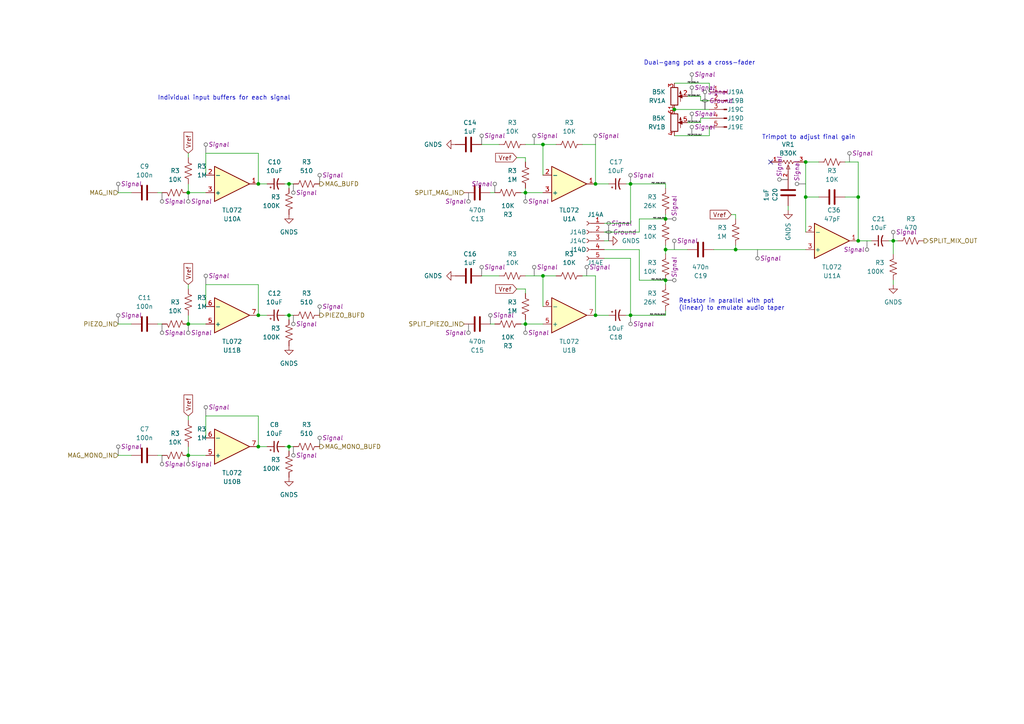
<source format=kicad_sch>
(kicad_sch (version 20230121) (generator eeschema)

  (uuid 7a3cab0c-96f3-40ea-9580-0373c4da89e8)

  (paper "A4")

  (lib_symbols
    (symbol "Amplifier_Operational:TL072" (pin_names (offset 0.127)) (in_bom yes) (on_board yes)
      (property "Reference" "U" (at 0 5.08 0)
        (effects (font (size 1.27 1.27)) (justify left))
      )
      (property "Value" "TL072" (at 0 -5.08 0)
        (effects (font (size 1.27 1.27)) (justify left))
      )
      (property "Footprint" "" (at 0 0 0)
        (effects (font (size 1.27 1.27)) hide)
      )
      (property "Datasheet" "http://www.ti.com/lit/ds/symlink/tl071.pdf" (at 0 0 0)
        (effects (font (size 1.27 1.27)) hide)
      )
      (property "ki_locked" "" (at 0 0 0)
        (effects (font (size 1.27 1.27)))
      )
      (property "ki_keywords" "dual opamp" (at 0 0 0)
        (effects (font (size 1.27 1.27)) hide)
      )
      (property "ki_description" "Dual Low-Noise JFET-Input Operational Amplifiers, DIP-8/SOIC-8" (at 0 0 0)
        (effects (font (size 1.27 1.27)) hide)
      )
      (property "ki_fp_filters" "SOIC*3.9x4.9mm*P1.27mm* DIP*W7.62mm* TO*99* OnSemi*Micro8* TSSOP*3x3mm*P0.65mm* TSSOP*4.4x3mm*P0.65mm* MSOP*3x3mm*P0.65mm* SSOP*3.9x4.9mm*P0.635mm* LFCSP*2x2mm*P0.5mm* *SIP* SOIC*5.3x6.2mm*P1.27mm*" (at 0 0 0)
        (effects (font (size 1.27 1.27)) hide)
      )
      (symbol "TL072_1_1"
        (polyline
          (pts
            (xy -5.08 5.08)
            (xy 5.08 0)
            (xy -5.08 -5.08)
            (xy -5.08 5.08)
          )
          (stroke (width 0.254) (type default))
          (fill (type background))
        )
        (pin output line (at 7.62 0 180) (length 2.54)
          (name "~" (effects (font (size 1.27 1.27))))
          (number "1" (effects (font (size 1.27 1.27))))
        )
        (pin input line (at -7.62 -2.54 0) (length 2.54)
          (name "-" (effects (font (size 1.27 1.27))))
          (number "2" (effects (font (size 1.27 1.27))))
        )
        (pin input line (at -7.62 2.54 0) (length 2.54)
          (name "+" (effects (font (size 1.27 1.27))))
          (number "3" (effects (font (size 1.27 1.27))))
        )
      )
      (symbol "TL072_2_1"
        (polyline
          (pts
            (xy -5.08 5.08)
            (xy 5.08 0)
            (xy -5.08 -5.08)
            (xy -5.08 5.08)
          )
          (stroke (width 0.254) (type default))
          (fill (type background))
        )
        (pin input line (at -7.62 2.54 0) (length 2.54)
          (name "+" (effects (font (size 1.27 1.27))))
          (number "5" (effects (font (size 1.27 1.27))))
        )
        (pin input line (at -7.62 -2.54 0) (length 2.54)
          (name "-" (effects (font (size 1.27 1.27))))
          (number "6" (effects (font (size 1.27 1.27))))
        )
        (pin output line (at 7.62 0 180) (length 2.54)
          (name "~" (effects (font (size 1.27 1.27))))
          (number "7" (effects (font (size 1.27 1.27))))
        )
      )
      (symbol "TL072_3_1"
        (pin power_in line (at -2.54 -7.62 90) (length 3.81)
          (name "V-" (effects (font (size 1.27 1.27))))
          (number "4" (effects (font (size 1.27 1.27))))
        )
        (pin power_in line (at -2.54 7.62 270) (length 3.81)
          (name "V+" (effects (font (size 1.27 1.27))))
          (number "8" (effects (font (size 1.27 1.27))))
        )
      )
    )
    (symbol "CustomConnectors:Conn_01x06_Pin_SPLIT" (pin_names (offset 1.016) hide) (in_bom yes) (on_board yes)
      (property "Reference" "J" (at 0 2.54 0)
        (effects (font (size 1.27 1.27)))
      )
      (property "Value" "Conn_01x06_Pin" (at 0 -2.54 0)
        (effects (font (size 1.27 1.27)))
      )
      (property "Footprint" "" (at 0 0 0)
        (effects (font (size 1.27 1.27)) hide)
      )
      (property "Datasheet" "~" (at 0 0 0)
        (effects (font (size 1.27 1.27)) hide)
      )
      (property "ki_keywords" "connector" (at 0 0 0)
        (effects (font (size 1.27 1.27)) hide)
      )
      (property "ki_description" "Generic connector, single row, 01x06, script generated" (at 0 0 0)
        (effects (font (size 1.27 1.27)) hide)
      )
      (property "ki_fp_filters" "Connector*:*_1x??_*" (at 0 0 0)
        (effects (font (size 1.27 1.27)) hide)
      )
      (symbol "Conn_01x06_Pin_SPLIT_1_1"
        (polyline
          (pts
            (xy 1.27 0)
            (xy 0.8636 0)
          )
          (stroke (width 0.1524) (type default))
          (fill (type none))
        )
        (rectangle (start 0.8636 0.127) (end 0 -0.127)
          (stroke (width 0.1524) (type default))
          (fill (type outline))
        )
        (pin passive line (at 5.08 0 180) (length 3.81)
          (name "~" (effects (font (size 1.27 1.27))))
          (number "1" (effects (font (size 1.27 1.27))))
        )
      )
      (symbol "Conn_01x06_Pin_SPLIT_2_1"
        (polyline
          (pts
            (xy 1.27 0)
            (xy 0.8636 0)
          )
          (stroke (width 0.1524) (type default))
          (fill (type none))
        )
        (rectangle (start 0.8636 0.127) (end 0 -0.127)
          (stroke (width 0.1524) (type default))
          (fill (type outline))
        )
        (pin passive line (at 5.08 0 180) (length 3.81)
          (name "~" (effects (font (size 1.27 1.27))))
          (number "2" (effects (font (size 1.27 1.27))))
        )
      )
      (symbol "Conn_01x06_Pin_SPLIT_3_1"
        (polyline
          (pts
            (xy 1.27 0)
            (xy 0.8636 0)
          )
          (stroke (width 0.1524) (type default))
          (fill (type none))
        )
        (rectangle (start 0.8636 0.127) (end 0 -0.127)
          (stroke (width 0.1524) (type default))
          (fill (type outline))
        )
        (pin passive line (at 5.08 0 180) (length 3.81)
          (name "~" (effects (font (size 1.27 1.27))))
          (number "3" (effects (font (size 1.27 1.27))))
        )
      )
      (symbol "Conn_01x06_Pin_SPLIT_4_1"
        (polyline
          (pts
            (xy 1.27 0)
            (xy 0.8636 0)
          )
          (stroke (width 0.1524) (type default))
          (fill (type none))
        )
        (rectangle (start 0.8636 0.127) (end 0 -0.127)
          (stroke (width 0.1524) (type default))
          (fill (type outline))
        )
        (pin passive line (at 5.08 0 180) (length 3.81)
          (name "~" (effects (font (size 1.27 1.27))))
          (number "4" (effects (font (size 1.27 1.27))))
        )
      )
      (symbol "Conn_01x06_Pin_SPLIT_5_1"
        (polyline
          (pts
            (xy 1.27 0)
            (xy 0.8636 0)
          )
          (stroke (width 0.1524) (type default))
          (fill (type none))
        )
        (rectangle (start 0.8636 0.127) (end 0 -0.127)
          (stroke (width 0.1524) (type default))
          (fill (type outline))
        )
        (pin passive line (at 5.08 0 180) (length 3.81)
          (name "~" (effects (font (size 1.27 1.27))))
          (number "5" (effects (font (size 1.27 1.27))))
        )
      )
      (symbol "Conn_01x06_Pin_SPLIT_6_1"
        (polyline
          (pts
            (xy 1.27 0)
            (xy 0.8636 0)
          )
          (stroke (width 0.1524) (type default))
          (fill (type none))
        )
        (rectangle (start 0.8636 0.127) (end 0 -0.127)
          (stroke (width 0.1524) (type default))
          (fill (type outline))
        )
        (pin passive line (at 5.08 0 180) (length 3.81)
          (name "~" (effects (font (size 1.27 1.27))))
          (number "6" (effects (font (size 1.27 1.27))))
        )
      )
    )
    (symbol "CustomConnectors:Conn_01x06_Socket_SPLIT" (pin_names (offset 1.016) hide) (in_bom yes) (on_board yes)
      (property "Reference" "J" (at 0 2.54 0)
        (effects (font (size 1.27 1.27)))
      )
      (property "Value" "Conn_01x06_Socket" (at 0 -2.54 0)
        (effects (font (size 1.27 1.27)))
      )
      (property "Footprint" "" (at 0 0 0)
        (effects (font (size 1.27 1.27)) hide)
      )
      (property "Datasheet" "~" (at 0 0 0)
        (effects (font (size 1.27 1.27)) hide)
      )
      (property "ki_keywords" "connector" (at 0 0 0)
        (effects (font (size 1.27 1.27)) hide)
      )
      (property "ki_description" "Generic connector, single row, 01x06, script generated" (at 0 0 0)
        (effects (font (size 1.27 1.27)) hide)
      )
      (property "ki_fp_filters" "Connector*:*_1x??_*" (at 0 0 0)
        (effects (font (size 1.27 1.27)) hide)
      )
      (symbol "Conn_01x06_Socket_SPLIT_1_1"
        (polyline
          (pts
            (xy -1.27 0)
            (xy -0.508 0)
          )
          (stroke (width 0.1524) (type default))
          (fill (type none))
        )
        (arc (start 0 0.508) (mid -0.5058 0) (end 0 -0.508)
          (stroke (width 0.1524) (type default))
          (fill (type none))
        )
        (pin passive line (at -5.08 0 0) (length 3.81)
          (name "~" (effects (font (size 1.27 1.27))))
          (number "1" (effects (font (size 1.27 1.27))))
        )
      )
      (symbol "Conn_01x06_Socket_SPLIT_2_1"
        (polyline
          (pts
            (xy -1.27 0)
            (xy -0.508 0)
          )
          (stroke (width 0.1524) (type default))
          (fill (type none))
        )
        (arc (start 0 0.508) (mid -0.5058 0) (end 0 -0.508)
          (stroke (width 0.1524) (type default))
          (fill (type none))
        )
        (pin passive line (at -5.08 0 0) (length 3.81)
          (name "~" (effects (font (size 1.27 1.27))))
          (number "2" (effects (font (size 1.27 1.27))))
        )
      )
      (symbol "Conn_01x06_Socket_SPLIT_3_1"
        (polyline
          (pts
            (xy -1.27 0)
            (xy -0.508 0)
          )
          (stroke (width 0.1524) (type default))
          (fill (type none))
        )
        (arc (start 0 0.508) (mid -0.5058 0) (end 0 -0.508)
          (stroke (width 0.1524) (type default))
          (fill (type none))
        )
        (pin passive line (at -5.08 0 0) (length 3.81)
          (name "~" (effects (font (size 1.27 1.27))))
          (number "3" (effects (font (size 1.27 1.27))))
        )
      )
      (symbol "Conn_01x06_Socket_SPLIT_4_1"
        (polyline
          (pts
            (xy -1.27 0)
            (xy -0.508 0)
          )
          (stroke (width 0.1524) (type default))
          (fill (type none))
        )
        (arc (start 0 0.508) (mid -0.5058 0) (end 0 -0.508)
          (stroke (width 0.1524) (type default))
          (fill (type none))
        )
        (pin passive line (at -5.08 0 0) (length 3.81)
          (name "~" (effects (font (size 1.27 1.27))))
          (number "4" (effects (font (size 1.27 1.27))))
        )
      )
      (symbol "Conn_01x06_Socket_SPLIT_5_1"
        (polyline
          (pts
            (xy -1.27 0)
            (xy -0.508 0)
          )
          (stroke (width 0.1524) (type default))
          (fill (type none))
        )
        (arc (start 0 0.508) (mid -0.5058 0) (end 0 -0.508)
          (stroke (width 0.1524) (type default))
          (fill (type none))
        )
        (pin passive line (at -5.08 0 0) (length 3.81)
          (name "~" (effects (font (size 1.27 1.27))))
          (number "5" (effects (font (size 1.27 1.27))))
        )
      )
      (symbol "Conn_01x06_Socket_SPLIT_6_1"
        (polyline
          (pts
            (xy -1.27 0)
            (xy -0.508 0)
          )
          (stroke (width 0.1524) (type default))
          (fill (type none))
        )
        (arc (start 0 0.508) (mid -0.5058 0) (end 0 -0.508)
          (stroke (width 0.1524) (type default))
          (fill (type none))
        )
        (pin passive line (at -5.08 0 0) (length 3.81)
          (name "~" (effects (font (size 1.27 1.27))))
          (number "6" (effects (font (size 1.27 1.27))))
        )
      )
    )
    (symbol "Device:C" (pin_numbers hide) (pin_names (offset 0.254)) (in_bom yes) (on_board yes)
      (property "Reference" "C" (at 0.635 2.54 0)
        (effects (font (size 1.27 1.27)) (justify left))
      )
      (property "Value" "C" (at 0.635 -2.54 0)
        (effects (font (size 1.27 1.27)) (justify left))
      )
      (property "Footprint" "" (at 0.9652 -3.81 0)
        (effects (font (size 1.27 1.27)) hide)
      )
      (property "Datasheet" "~" (at 0 0 0)
        (effects (font (size 1.27 1.27)) hide)
      )
      (property "ki_keywords" "cap capacitor" (at 0 0 0)
        (effects (font (size 1.27 1.27)) hide)
      )
      (property "ki_description" "Unpolarized capacitor" (at 0 0 0)
        (effects (font (size 1.27 1.27)) hide)
      )
      (property "ki_fp_filters" "C_*" (at 0 0 0)
        (effects (font (size 1.27 1.27)) hide)
      )
      (symbol "C_0_1"
        (polyline
          (pts
            (xy -2.032 -0.762)
            (xy 2.032 -0.762)
          )
          (stroke (width 0.508) (type default))
          (fill (type none))
        )
        (polyline
          (pts
            (xy -2.032 0.762)
            (xy 2.032 0.762)
          )
          (stroke (width 0.508) (type default))
          (fill (type none))
        )
      )
      (symbol "C_1_1"
        (pin passive line (at 0 3.81 270) (length 2.794)
          (name "~" (effects (font (size 1.27 1.27))))
          (number "1" (effects (font (size 1.27 1.27))))
        )
        (pin passive line (at 0 -3.81 90) (length 2.794)
          (name "~" (effects (font (size 1.27 1.27))))
          (number "2" (effects (font (size 1.27 1.27))))
        )
      )
    )
    (symbol "Device:C_Polarized_Small_US" (pin_numbers hide) (pin_names (offset 0.254) hide) (in_bom yes) (on_board yes)
      (property "Reference" "C" (at 0.254 1.778 0)
        (effects (font (size 1.27 1.27)) (justify left))
      )
      (property "Value" "C_Polarized_Small_US" (at 0.254 -2.032 0)
        (effects (font (size 1.27 1.27)) (justify left))
      )
      (property "Footprint" "" (at 0 0 0)
        (effects (font (size 1.27 1.27)) hide)
      )
      (property "Datasheet" "~" (at 0 0 0)
        (effects (font (size 1.27 1.27)) hide)
      )
      (property "ki_keywords" "cap capacitor" (at 0 0 0)
        (effects (font (size 1.27 1.27)) hide)
      )
      (property "ki_description" "Polarized capacitor, small US symbol" (at 0 0 0)
        (effects (font (size 1.27 1.27)) hide)
      )
      (property "ki_fp_filters" "CP_*" (at 0 0 0)
        (effects (font (size 1.27 1.27)) hide)
      )
      (symbol "C_Polarized_Small_US_0_1"
        (polyline
          (pts
            (xy -1.524 0.508)
            (xy 1.524 0.508)
          )
          (stroke (width 0.3048) (type default))
          (fill (type none))
        )
        (polyline
          (pts
            (xy -1.27 1.524)
            (xy -0.762 1.524)
          )
          (stroke (width 0) (type default))
          (fill (type none))
        )
        (polyline
          (pts
            (xy -1.016 1.27)
            (xy -1.016 1.778)
          )
          (stroke (width 0) (type default))
          (fill (type none))
        )
        (arc (start 1.524 -0.762) (mid 0 -0.3734) (end -1.524 -0.762)
          (stroke (width 0.3048) (type default))
          (fill (type none))
        )
      )
      (symbol "C_Polarized_Small_US_1_1"
        (pin passive line (at 0 2.54 270) (length 2.032)
          (name "~" (effects (font (size 1.27 1.27))))
          (number "1" (effects (font (size 1.27 1.27))))
        )
        (pin passive line (at 0 -2.54 90) (length 2.032)
          (name "~" (effects (font (size 1.27 1.27))))
          (number "2" (effects (font (size 1.27 1.27))))
        )
      )
    )
    (symbol "Device:R_Potentiometer_Dual_Separate" (pin_names (offset 1.016) hide) (in_bom yes) (on_board yes)
      (property "Reference" "RV1" (at -2.54 1.27 0)
        (effects (font (size 1.27 1.27)) (justify right))
      )
      (property "Value" "B5K" (at -2.54 -1.27 0)
        (effects (font (size 1.27 1.27)) (justify right))
      )
      (property "Footprint" "Potentiometers_Custom:Alpha_RV162-41" (at 0 0 0)
        (effects (font (size 1.27 1.27)) hide)
      )
      (property "Datasheet" "~" (at 0 0 0)
        (effects (font (size 1.27 1.27)) hide)
      )
      (property "ki_keywords" "resistor variable" (at 0 0 0)
        (effects (font (size 1.27 1.27)) hide)
      )
      (property "ki_description" "Dual potentiometer, separate units" (at 0 0 0)
        (effects (font (size 1.27 1.27)) hide)
      )
      (property "ki_fp_filters" "Potentiometer*" (at 0 0 0)
        (effects (font (size 1.27 1.27)) hide)
      )
      (symbol "R_Potentiometer_Dual_Separate_0_1"
        (polyline
          (pts
            (xy 1.778 1.524)
            (xy 1.778 -1.524)
          )
          (stroke (width 0) (type default))
          (fill (type none))
        )
        (polyline
          (pts
            (xy 2.54 0)
            (xy 1.524 0)
          )
          (stroke (width 0) (type default))
          (fill (type none))
        )
        (polyline
          (pts
            (xy 1.143 0)
            (xy 2.286 0.508)
            (xy 2.286 -0.508)
            (xy 1.143 0)
          )
          (stroke (width 0) (type default))
          (fill (type outline))
        )
        (polyline
          (pts
            (xy 1.778 -1.524)
            (xy 1.524 -0.762)
            (xy 2.032 -0.762)
            (xy 1.778 -1.524)
          )
          (stroke (width 0) (type default))
          (fill (type outline))
        )
        (rectangle (start 1.016 2.54) (end -1.016 -2.54)
          (stroke (width 0.254) (type default))
          (fill (type none))
        )
      )
      (symbol "R_Potentiometer_Dual_Separate_1_1"
        (pin passive line (at 0 3.81 270) (length 1.27)
          (name "1" (effects (font (size 1.27 1.27))))
          (number "1" (effects (font (size 1.27 1.27))))
        )
        (pin passive line (at 3.81 0 180) (length 1.27)
          (name "2" (effects (font (size 1.27 1.27))))
          (number "2" (effects (font (size 1.27 1.27))))
        )
        (pin passive line (at 0 -3.81 90) (length 1.27)
          (name "3" (effects (font (size 1.27 1.27))))
          (number "3" (effects (font (size 1.27 1.27))))
        )
      )
      (symbol "R_Potentiometer_Dual_Separate_2_1"
        (pin passive line (at 0 3.81 270) (length 1.27)
          (name "4" (effects (font (size 1.27 1.27))))
          (number "4" (effects (font (size 1.27 1.27))))
        )
        (pin passive line (at 3.81 0 180) (length 1.27)
          (name "5" (effects (font (size 1.27 1.27))))
          (number "5" (effects (font (size 1.27 1.27))))
        )
        (pin passive line (at 0 -3.81 90) (length 1.27)
          (name "6" (effects (font (size 1.27 1.27))))
          (number "6" (effects (font (size 1.27 1.27))))
        )
      )
    )
    (symbol "Device:R_US" (pin_numbers hide) (pin_names (offset 0)) (in_bom yes) (on_board yes)
      (property "Reference" "R" (at 2.54 0 90)
        (effects (font (size 1.27 1.27)))
      )
      (property "Value" "R_US" (at -2.54 0 90)
        (effects (font (size 1.27 1.27)))
      )
      (property "Footprint" "" (at 1.016 -0.254 90)
        (effects (font (size 1.27 1.27)) hide)
      )
      (property "Datasheet" "~" (at 0 0 0)
        (effects (font (size 1.27 1.27)) hide)
      )
      (property "ki_keywords" "R res resistor" (at 0 0 0)
        (effects (font (size 1.27 1.27)) hide)
      )
      (property "ki_description" "Resistor, US symbol" (at 0 0 0)
        (effects (font (size 1.27 1.27)) hide)
      )
      (property "ki_fp_filters" "R_*" (at 0 0 0)
        (effects (font (size 1.27 1.27)) hide)
      )
      (symbol "R_US_0_1"
        (polyline
          (pts
            (xy 0 -2.286)
            (xy 0 -2.54)
          )
          (stroke (width 0) (type default))
          (fill (type none))
        )
        (polyline
          (pts
            (xy 0 2.286)
            (xy 0 2.54)
          )
          (stroke (width 0) (type default))
          (fill (type none))
        )
        (polyline
          (pts
            (xy 0 -0.762)
            (xy 1.016 -1.143)
            (xy 0 -1.524)
            (xy -1.016 -1.905)
            (xy 0 -2.286)
          )
          (stroke (width 0) (type default))
          (fill (type none))
        )
        (polyline
          (pts
            (xy 0 0.762)
            (xy 1.016 0.381)
            (xy 0 0)
            (xy -1.016 -0.381)
            (xy 0 -0.762)
          )
          (stroke (width 0) (type default))
          (fill (type none))
        )
        (polyline
          (pts
            (xy 0 2.286)
            (xy 1.016 1.905)
            (xy 0 1.524)
            (xy -1.016 1.143)
            (xy 0 0.762)
          )
          (stroke (width 0) (type default))
          (fill (type none))
        )
      )
      (symbol "R_US_1_1"
        (pin passive line (at 0 3.81 270) (length 1.27)
          (name "~" (effects (font (size 1.27 1.27))))
          (number "1" (effects (font (size 1.27 1.27))))
        )
        (pin passive line (at 0 -3.81 90) (length 1.27)
          (name "~" (effects (font (size 1.27 1.27))))
          (number "2" (effects (font (size 1.27 1.27))))
        )
      )
    )
    (symbol "R_Potentiometer_Dual_Separate_1" (pin_names (offset 1.016) hide) (in_bom yes) (on_board yes)
      (property "Reference" "RV1" (at -2.54 1.27 0)
        (effects (font (size 1.27 1.27)) (justify right))
      )
      (property "Value" "B5K" (at -2.54 -1.27 0)
        (effects (font (size 1.27 1.27)) (justify right))
      )
      (property "Footprint" "Potentiometers_Custom:Alpha_RV162-41" (at 0 0 0)
        (effects (font (size 1.27 1.27)) hide)
      )
      (property "Datasheet" "~" (at 0 0 0)
        (effects (font (size 1.27 1.27)) hide)
      )
      (property "ki_keywords" "resistor variable" (at 0 0 0)
        (effects (font (size 1.27 1.27)) hide)
      )
      (property "ki_description" "Dual potentiometer, separate units" (at 0 0 0)
        (effects (font (size 1.27 1.27)) hide)
      )
      (property "ki_fp_filters" "Potentiometer*" (at 0 0 0)
        (effects (font (size 1.27 1.27)) hide)
      )
      (symbol "R_Potentiometer_Dual_Separate_1_0_1"
        (polyline
          (pts
            (xy 1.778 1.524)
            (xy 1.778 -1.524)
          )
          (stroke (width 0) (type default))
          (fill (type none))
        )
        (polyline
          (pts
            (xy 2.54 0)
            (xy 1.524 0)
          )
          (stroke (width 0) (type default))
          (fill (type none))
        )
        (polyline
          (pts
            (xy 1.143 0)
            (xy 2.286 0.508)
            (xy 2.286 -0.508)
            (xy 1.143 0)
          )
          (stroke (width 0) (type default))
          (fill (type outline))
        )
        (polyline
          (pts
            (xy 1.778 -1.524)
            (xy 1.524 -0.762)
            (xy 2.032 -0.762)
            (xy 1.778 -1.524)
          )
          (stroke (width 0) (type default))
          (fill (type outline))
        )
        (rectangle (start 1.016 2.54) (end -1.016 -2.54)
          (stroke (width 0.254) (type default))
          (fill (type none))
        )
      )
      (symbol "R_Potentiometer_Dual_Separate_1_1_1"
        (pin passive line (at 0 3.81 270) (length 1.27)
          (name "1" (effects (font (size 1.27 1.27))))
          (number "1" (effects (font (size 1.27 1.27))))
        )
        (pin passive line (at 3.81 0 180) (length 1.27)
          (name "2" (effects (font (size 1.27 1.27))))
          (number "2" (effects (font (size 1.27 1.27))))
        )
        (pin passive line (at 0 -3.81 90) (length 1.27)
          (name "3" (effects (font (size 1.27 1.27))))
          (number "3" (effects (font (size 1.27 1.27))))
        )
      )
      (symbol "R_Potentiometer_Dual_Separate_1_2_1"
        (pin passive line (at 0 3.81 270) (length 1.27)
          (name "4" (effects (font (size 1.27 1.27))))
          (number "4" (effects (font (size 1.27 1.27))))
        )
        (pin passive line (at 3.81 0 180) (length 1.27)
          (name "5" (effects (font (size 1.27 1.27))))
          (number "5" (effects (font (size 1.27 1.27))))
        )
        (pin passive line (at 0 -3.81 90) (length 1.27)
          (name "6" (effects (font (size 1.27 1.27))))
          (number "6" (effects (font (size 1.27 1.27))))
        )
      )
    )
    (symbol "bourns3362:3362P-1-104LF" (pin_names (offset 1.016)) (in_bom yes) (on_board yes)
      (property "Reference" "VR" (at 0 7.62 0)
        (effects (font (size 1.27 1.27)) (justify left))
      )
      (property "Value" "3362P-1-104LF" (at 0 10.16 0)
        (effects (font (size 1.27 1.27)) (justify left))
      )
      (property "Footprint" "Bourns-3362P-1-104LF-*" (at 0 12.7 0)
        (effects (font (size 1.27 1.27)) (justify left) hide)
      )
      (property "Datasheet" "http://www.bourns.com/docs/Product-Datasheets/3362.pdf" (at 0 15.24 0)
        (effects (font (size 1.27 1.27)) (justify left) hide)
      )
      (property "Case Package" "Axial" (at 0 17.78 0)
        (effects (font (size 1.27 1.27)) (justify left) hide)
      )
      (property "Component Link 1 Description" "Manufacturer URL" (at 0 20.32 0)
        (effects (font (size 1.27 1.27)) (justify left) hide)
      )
      (property "Component Link 1 URL" "http://www.bourns.com/" (at 0 22.86 0)
        (effects (font (size 1.27 1.27)) (justify left) hide)
      )
      (property "Datasheet Version" "May-16" (at 0 25.4 0)
        (effects (font (size 1.27 1.27)) (justify left) hide)
      )
      (property "Length" "0.248 inch" (at 0 27.94 0)
        (effects (font (size 1.27 1.27)) (justify left) hide)
      )
      (property "Max Operating Temperature" "155 degC" (at 0 30.48 0)
        (effects (font (size 1.27 1.27)) (justify left) hide)
      )
      (property "Min Operating Temperature" "-55 degC" (at 0 33.02 0)
        (effects (font (size 1.27 1.27)) (justify left) hide)
      )
      (property "Mount" "Through Hole" (at 0 35.56 0)
        (effects (font (size 1.27 1.27)) (justify left) hide)
      )
      (property "Package Description" "3-Pin Through Hole Device, Body 6.6 x 6.99 mm, Pitch 2.54 mm" (at 0 38.1 0)
        (effects (font (size 1.27 1.27)) (justify left) hide)
      )
      (property "Package Quantity" "200" (at 0 40.64 0)
        (effects (font (size 1.27 1.27)) (justify left) hide)
      )
      (property "Packaging" "Bulk" (at 0 43.18 0)
        (effects (font (size 1.27 1.27)) (justify left) hide)
      )
      (property "Power Rating" "250 mW" (at 0 45.72 0)
        (effects (font (size 1.27 1.27)) (justify left) hide)
      )
      (property "Ro HSCompliant" "true" (at 0 48.26 0)
        (effects (font (size 1.27 1.27)) (justify left) hide)
      )
      (property "Tolerance" "1%" (at 0 50.8 0)
        (effects (font (size 1.27 1.27)) (justify left) hide)
      )
      (property "Voltage Rating" "250 V" (at 0 53.34 0)
        (effects (font (size 1.27 1.27)) (justify left) hide)
      )
      (property "category" "Res" (at 0 55.88 0)
        (effects (font (size 1.27 1.27)) (justify left) hide)
      )
      (property "ciiva ids" "1580249" (at 0 58.42 0)
        (effects (font (size 1.27 1.27)) (justify left) hide)
      )
      (property "library id" "e4014d193bd4925b" (at 0 60.96 0)
        (effects (font (size 1.27 1.27)) (justify left) hide)
      )
      (property "manufacturer" "Bourns" (at 0 63.5 0)
        (effects (font (size 1.27 1.27)) (justify left) hide)
      )
      (property "package" "3326P" (at 0 66.04 0)
        (effects (font (size 1.27 1.27)) (justify left) hide)
      )
      (property "release date" "1475044607" (at 0 68.58 0)
        (effects (font (size 1.27 1.27)) (justify left) hide)
      )
      (property "resistance" "1 mohm" (at 0 71.12 0)
        (effects (font (size 1.27 1.27)) (justify left) hide)
      )
      (property "vault revision" "5C3C30F0-F414-4C4C-B23C-0FC21BDC9D76" (at 0 73.66 0)
        (effects (font (size 1.27 1.27)) (justify left) hide)
      )
      (property "imported" "yes" (at 0 76.2 0)
        (effects (font (size 1.27 1.27)) (justify left) hide)
      )
      (property "ki_locked" "" (at 0 0 0)
        (effects (font (size 1.27 1.27)))
      )
      (property "ki_description" "3362P-1-104LF" (at 0 0 0)
        (effects (font (size 1.27 1.27)) hide)
      )
      (symbol "3362P-1-104LF_1_1"
        (polyline
          (pts
            (xy 3.81 0)
            (xy 2.54 0)
          )
          (stroke (width 0) (type solid))
          (fill (type none))
        )
        (polyline
          (pts
            (xy 4.572 -1.27)
            (xy 5.588 -0.762)
          )
          (stroke (width 0) (type solid))
          (fill (type none))
        )
        (polyline
          (pts
            (xy 4.572 -0.254)
            (xy 5.588 0.254)
          )
          (stroke (width 0) (type solid))
          (fill (type none))
        )
        (polyline
          (pts
            (xy 4.572 0.762)
            (xy 5.588 1.27)
          )
          (stroke (width 0) (type solid))
          (fill (type none))
        )
        (polyline
          (pts
            (xy 5.08 -2.54)
            (xy 5.08 -1.524)
          )
          (stroke (width 0) (type solid))
          (fill (type none))
        )
        (polyline
          (pts
            (xy 5.08 -1.524)
            (xy 4.572 -1.27)
          )
          (stroke (width 0) (type solid))
          (fill (type none))
        )
        (polyline
          (pts
            (xy 5.08 1.524)
            (xy 5.08 2.54)
          )
          (stroke (width 0) (type solid))
          (fill (type none))
        )
        (polyline
          (pts
            (xy 5.588 -0.762)
            (xy 4.572 -0.254)
          )
          (stroke (width 0) (type solid))
          (fill (type none))
        )
        (polyline
          (pts
            (xy 5.588 0.254)
            (xy 4.572 0.762)
          )
          (stroke (width 0) (type solid))
          (fill (type none))
        )
        (polyline
          (pts
            (xy 5.588 1.27)
            (xy 5.08 1.524)
          )
          (stroke (width 0) (type solid))
          (fill (type none))
        )
        (polyline
          (pts
            (xy 3.048 -0.508)
            (xy 4.318 0)
            (xy 3.048 0.508)
            (xy 3.048 -0.508)
          )
          (stroke (width 0) (type solid))
          (fill (type none))
        )
        (pin passive line (at 5.08 5.08 270) (length 2.54)
          (name "CCW" (effects (font (size 0 0))))
          (number "1" (effects (font (size 1.016 1.016))))
        )
        (pin passive line (at 0 0 0) (length 2.54)
          (name "S" (effects (font (size 0 0))))
          (number "2" (effects (font (size 1.016 1.016))))
        )
        (pin passive line (at 5.08 -5.08 90) (length 2.54)
          (name "CW" (effects (font (size 0 0))))
          (number "3" (effects (font (size 1.016 1.016))))
        )
      )
    )
    (symbol "power:GNDS" (power) (pin_names (offset 0)) (in_bom yes) (on_board yes)
      (property "Reference" "#PWR" (at 0 -6.35 0)
        (effects (font (size 1.27 1.27)) hide)
      )
      (property "Value" "GNDS" (at 0 -3.81 0)
        (effects (font (size 1.27 1.27)))
      )
      (property "Footprint" "" (at 0 0 0)
        (effects (font (size 1.27 1.27)) hide)
      )
      (property "Datasheet" "" (at 0 0 0)
        (effects (font (size 1.27 1.27)) hide)
      )
      (property "ki_keywords" "global power" (at 0 0 0)
        (effects (font (size 1.27 1.27)) hide)
      )
      (property "ki_description" "Power symbol creates a global label with name \"GNDS\" , signal ground" (at 0 0 0)
        (effects (font (size 1.27 1.27)) hide)
      )
      (symbol "GNDS_0_1"
        (polyline
          (pts
            (xy 0 0)
            (xy 0 -1.27)
            (xy 1.27 -1.27)
            (xy 0 -2.54)
            (xy -1.27 -1.27)
            (xy 0 -1.27)
          )
          (stroke (width 0) (type default))
          (fill (type none))
        )
      )
      (symbol "GNDS_1_1"
        (pin power_in line (at 0 0 270) (length 0) hide
          (name "GNDS" (effects (font (size 1.27 1.27))))
          (number "1" (effects (font (size 1.27 1.27))))
        )
      )
    )
  )

  (junction (at 195.58 31.75) (diameter 0) (color 0 0 0 0)
    (uuid 141f7e9a-d254-4e25-9e66-146b1ada2b3d)
  )
  (junction (at 152.4 93.98) (diameter 0) (color 0 0 0 0)
    (uuid 16d54b8e-432c-4909-bf01-88c8fbc2d3b3)
  )
  (junction (at 193.04 63.5) (diameter 0) (color 0 0 0 0)
    (uuid 25d1a5e9-dddf-428c-b159-8ba49be0dcdf)
  )
  (junction (at 259.08 69.85) (diameter 0) (color 0 0 0 0)
    (uuid 38d4453d-5952-4568-86fb-9119cc2d0bf4)
  )
  (junction (at 157.48 80.01) (diameter 0) (color 0 0 0 0)
    (uuid 4545b41f-bd51-4574-a48c-1b02a381400b)
  )
  (junction (at 83.82 53.34) (diameter 0) (color 0 0 0 0)
    (uuid 46ebe1df-7621-4459-8647-0e1ea244daa9)
  )
  (junction (at 74.93 91.44) (diameter 0) (color 0 0 0 0)
    (uuid 48d18ef7-62a0-4bf1-9b26-9af97e374416)
  )
  (junction (at 233.68 46.99) (diameter 0) (color 0 0 0 0)
    (uuid 4a3d7e73-fce6-425b-bd83-ba6828cb0710)
  )
  (junction (at 172.72 53.34) (diameter 0) (color 0 0 0 0)
    (uuid 4c3aa32c-5c22-4e24-8b04-dffcb8e94c34)
  )
  (junction (at 193.04 72.39) (diameter 0) (color 0 0 0 0)
    (uuid 4d51b6f8-aebf-43f9-a630-e4eccd0aad74)
  )
  (junction (at 83.82 91.44) (diameter 0) (color 0 0 0 0)
    (uuid 53663422-3496-45f5-abc9-b634a0b455f7)
  )
  (junction (at 248.92 69.85) (diameter 0) (color 0 0 0 0)
    (uuid 78925156-6c82-4123-872a-0a7a7b3bc606)
  )
  (junction (at 83.82 129.54) (diameter 0) (color 0 0 0 0)
    (uuid 7b5b11c1-973e-4925-afee-cc6816fb7268)
  )
  (junction (at 152.4 55.88) (diameter 0) (color 0 0 0 0)
    (uuid 8000353f-34c2-483a-8c5a-c8e38c7cee1f)
  )
  (junction (at 74.93 53.34) (diameter 0) (color 0 0 0 0)
    (uuid 86f9aae1-6ec6-4dac-ae1b-dd36370d2e8e)
  )
  (junction (at 233.68 57.15) (diameter 0) (color 0 0 0 0)
    (uuid 91f1fb06-d133-430a-a3a4-8af1cc59a36e)
  )
  (junction (at 248.92 57.15) (diameter 0) (color 0 0 0 0)
    (uuid 97e80c81-3b11-4f75-aa76-96acd09f9911)
  )
  (junction (at 157.48 41.91) (diameter 0) (color 0 0 0 0)
    (uuid 9a40a883-8ce5-4b62-af19-9ca73235d8b0)
  )
  (junction (at 54.61 55.88) (diameter 0) (color 0 0 0 0)
    (uuid 9b3c9e1f-8147-4db1-ad0c-ab9e23a66276)
  )
  (junction (at 213.36 72.39) (diameter 0) (color 0 0 0 0)
    (uuid a7d0c6f7-d9ea-4cf8-b58f-86796ce1744f)
  )
  (junction (at 54.61 132.08) (diameter 0) (color 0 0 0 0)
    (uuid b6075157-9589-4ea0-82ac-467e3bd9784a)
  )
  (junction (at 193.04 81.28) (diameter 0) (color 0 0 0 0)
    (uuid bd35224d-d6d8-4fa7-8ede-7a7def077cb7)
  )
  (junction (at 182.88 91.44) (diameter 0) (color 0 0 0 0)
    (uuid c07ccd45-1f18-48c7-b02a-9f1db421cbba)
  )
  (junction (at 182.88 53.34) (diameter 0) (color 0 0 0 0)
    (uuid c68e0483-c8cf-4bce-a77b-ae425a7d0261)
  )
  (junction (at 54.61 93.98) (diameter 0) (color 0 0 0 0)
    (uuid d525a039-79a2-4d60-b368-245555dedab0)
  )
  (junction (at 74.93 129.54) (diameter 0) (color 0 0 0 0)
    (uuid e48b1717-a853-4f92-9947-3144d9e3fd64)
  )
  (junction (at 172.72 91.44) (diameter 0) (color 0 0 0 0)
    (uuid fd1662a2-aac4-46fc-b4bd-b9dfba23cc67)
  )

  (no_connect (at 223.52 46.99) (uuid 4731952f-0214-4899-85d0-6f25d4607791))

  (wire (pts (xy 152.4 83.82) (xy 152.4 85.09))
    (stroke (width 0) (type default))
    (uuid 05472b67-d9cc-4d57-aebe-e8415009ef3f)
  )
  (wire (pts (xy 46.99 93.98) (xy 45.72 93.98))
    (stroke (width 0) (type default))
    (uuid 06179e0c-2f49-411c-8e19-3e4054418cb0)
  )
  (wire (pts (xy 195.58 39.37) (xy 205.74 39.37))
    (stroke (width 0) (type default))
    (uuid 086eaac5-5bd4-4411-a748-be565cbe3b77)
  )
  (wire (pts (xy 172.72 41.91) (xy 172.72 53.34))
    (stroke (width 0) (type default))
    (uuid 092504d2-efa7-4a44-8360-775d528b4d5b)
  )
  (wire (pts (xy 59.69 44.45) (xy 74.93 44.45))
    (stroke (width 0) (type default))
    (uuid 0a502857-0309-40e5-aaab-6df90fcc88dc)
  )
  (wire (pts (xy 213.36 72.39) (xy 233.68 72.39))
    (stroke (width 0) (type default))
    (uuid 108d63fc-5410-4f84-9091-a8f5db5c82a4)
  )
  (wire (pts (xy 59.69 50.8) (xy 59.69 44.45))
    (stroke (width 0) (type default))
    (uuid 130877d9-827b-4f5d-a125-9a64b302ab03)
  )
  (wire (pts (xy 152.4 92.71) (xy 152.4 93.98))
    (stroke (width 0) (type default))
    (uuid 162093fb-ca60-4d08-bcb0-e7129faebf34)
  )
  (wire (pts (xy 74.93 44.45) (xy 74.93 53.34))
    (stroke (width 0) (type default))
    (uuid 1aa7d8fc-9204-46ac-974a-5d3390d21659)
  )
  (wire (pts (xy 233.68 46.99) (xy 237.49 46.99))
    (stroke (width 0) (type default))
    (uuid 1c566f71-db69-44a5-8924-b448f598b389)
  )
  (wire (pts (xy 74.93 53.34) (xy 77.47 53.34))
    (stroke (width 0) (type default))
    (uuid 1cbcb05f-9755-4859-8298-3503bad40453)
  )
  (wire (pts (xy 74.93 120.65) (xy 74.93 129.54))
    (stroke (width 0) (type default))
    (uuid 1f65868a-e529-4f9d-aa95-930f09c42cf1)
  )
  (wire (pts (xy 193.04 53.34) (xy 193.04 54.61))
    (stroke (width 0) (type default))
    (uuid 24d0c524-3b39-4266-a708-abb743ec69ed)
  )
  (wire (pts (xy 54.61 129.54) (xy 54.61 132.08))
    (stroke (width 0) (type default))
    (uuid 267ffcb4-30bc-4ce9-bf62-129ae5be3f73)
  )
  (wire (pts (xy 59.69 88.9) (xy 59.69 82.55))
    (stroke (width 0) (type default))
    (uuid 2954b747-763f-4665-a249-fca9284d1052)
  )
  (wire (pts (xy 259.08 82.55) (xy 259.08 81.28))
    (stroke (width 0) (type default))
    (uuid 2999b810-25bb-4581-a8e1-967d280d8429)
  )
  (wire (pts (xy 152.4 45.72) (xy 152.4 46.99))
    (stroke (width 0) (type default))
    (uuid 2cefcad6-66f0-4ed6-abb3-dda30fd01b18)
  )
  (wire (pts (xy 205.74 36.83) (xy 205.74 39.37))
    (stroke (width 0) (type default))
    (uuid 300883a5-0a86-47e3-8eea-da46c96008b3)
  )
  (wire (pts (xy 182.88 53.34) (xy 193.04 53.34))
    (stroke (width 0) (type default))
    (uuid 33950166-df27-4f05-b45a-2f32c9398354)
  )
  (wire (pts (xy 175.26 67.31) (xy 185.42 67.31))
    (stroke (width 0) (type default))
    (uuid 35eb21f5-f951-4e36-a266-92fdb648e5aa)
  )
  (wire (pts (xy 83.82 53.34) (xy 83.82 54.61))
    (stroke (width 0) (type default))
    (uuid 35eceb3e-1070-47a3-9907-04775eff6a08)
  )
  (wire (pts (xy 85.09 91.44) (xy 83.82 91.44))
    (stroke (width 0) (type default))
    (uuid 36af925b-186a-4fa9-b1dd-6128ce9391d0)
  )
  (wire (pts (xy 151.13 93.98) (xy 152.4 93.98))
    (stroke (width 0) (type default))
    (uuid 390a0592-755a-4f3d-87fa-c3e671a87996)
  )
  (wire (pts (xy 182.88 53.34) (xy 182.88 64.77))
    (stroke (width 0) (type default))
    (uuid 3a36c53c-70d1-47e2-aaae-40d769f31d64)
  )
  (wire (pts (xy 151.13 55.88) (xy 152.4 55.88))
    (stroke (width 0) (type default))
    (uuid 3a9cc47e-87ec-41a9-bc5e-0281377e7486)
  )
  (wire (pts (xy 74.93 129.54) (xy 77.47 129.54))
    (stroke (width 0) (type default))
    (uuid 3bc5a6bc-17b3-470a-8bc7-193fd3bd137c)
  )
  (wire (pts (xy 157.48 41.91) (xy 157.48 50.8))
    (stroke (width 0) (type default))
    (uuid 4031aaf1-5339-46a2-bb4f-3aee7a23f729)
  )
  (wire (pts (xy 248.92 69.85) (xy 252.73 69.85))
    (stroke (width 0) (type default))
    (uuid 42f0df72-399b-46d1-a2af-9b8a748213ac)
  )
  (wire (pts (xy 139.7 41.91) (xy 144.78 41.91))
    (stroke (width 0) (type default))
    (uuid 4333d4aa-2972-4229-9b0a-74a48966ade9)
  )
  (wire (pts (xy 213.36 72.39) (xy 207.01 72.39))
    (stroke (width 0) (type default))
    (uuid 49fdc57e-e851-41e6-98b1-3292aa20d5e9)
  )
  (wire (pts (xy 193.04 71.12) (xy 193.04 72.39))
    (stroke (width 0) (type default))
    (uuid 4b474f59-7efb-4d0c-9ad1-a008b1627955)
  )
  (wire (pts (xy 195.58 31.75) (xy 205.74 31.75))
    (stroke (width 0) (type default))
    (uuid 4c13b069-6bc5-416c-a170-f561a73cc604)
  )
  (wire (pts (xy 54.61 53.34) (xy 54.61 55.88))
    (stroke (width 0) (type default))
    (uuid 4f420e08-8015-4eb1-beca-f718e9dd1a2b)
  )
  (wire (pts (xy 139.7 80.01) (xy 144.78 80.01))
    (stroke (width 0) (type default))
    (uuid 5097e69e-a615-469e-a5c2-7bbc71c779c2)
  )
  (wire (pts (xy 182.88 74.93) (xy 182.88 91.44))
    (stroke (width 0) (type default))
    (uuid 51ca7d9e-78e9-4761-aec0-6a14680f327a)
  )
  (wire (pts (xy 248.92 46.99) (xy 248.92 57.15))
    (stroke (width 0) (type default))
    (uuid 52fa5ff7-22a4-4f72-8fe0-4d08693a1af0)
  )
  (wire (pts (xy 168.91 41.91) (xy 172.72 41.91))
    (stroke (width 0) (type default))
    (uuid 55ccfb28-1f1d-4031-b260-2c9cbe4ab37f)
  )
  (wire (pts (xy 143.51 55.88) (xy 142.24 55.88))
    (stroke (width 0) (type default))
    (uuid 577e0b73-3ed5-4a4a-a99c-e43896606111)
  )
  (wire (pts (xy 34.29 93.98) (xy 38.1 93.98))
    (stroke (width 0) (type default))
    (uuid 5859d818-2343-4867-91ed-440590eb230c)
  )
  (wire (pts (xy 259.08 69.85) (xy 259.08 73.66))
    (stroke (width 0) (type default))
    (uuid 596cf666-68da-43a2-8718-a35f074c4dea)
  )
  (wire (pts (xy 54.61 82.55) (xy 54.61 83.82))
    (stroke (width 0) (type default))
    (uuid 5a52c436-ec6c-48fa-b02d-c1f2fcbe9483)
  )
  (wire (pts (xy 245.11 57.15) (xy 248.92 57.15))
    (stroke (width 0) (type default))
    (uuid 5a6c1fb7-3dfc-4dc6-aff1-def56c71b1db)
  )
  (wire (pts (xy 46.99 132.08) (xy 45.72 132.08))
    (stroke (width 0) (type default))
    (uuid 5bef8366-7d0a-47c8-b1cb-b7221e01b354)
  )
  (wire (pts (xy 149.86 83.82) (xy 152.4 83.82))
    (stroke (width 0) (type default))
    (uuid 5fe9ffbc-e564-41a6-9f25-9741ff787efa)
  )
  (wire (pts (xy 152.4 55.88) (xy 157.48 55.88))
    (stroke (width 0) (type default))
    (uuid 6136f4d0-659a-4b3b-a25e-0508fad20818)
  )
  (wire (pts (xy 260.35 69.85) (xy 259.08 69.85))
    (stroke (width 0) (type default))
    (uuid 64b6f58d-dc6f-411b-bb48-4decdff39276)
  )
  (wire (pts (xy 195.58 24.13) (xy 205.74 24.13))
    (stroke (width 0) (type default))
    (uuid 6534ff24-b7df-429b-92ed-a07cf46cd10f)
  )
  (wire (pts (xy 233.68 46.99) (xy 233.68 57.15))
    (stroke (width 0) (type default))
    (uuid 6919517c-7ef5-4a6d-b582-c679a4beed6d)
  )
  (wire (pts (xy 185.42 72.39) (xy 185.42 81.28))
    (stroke (width 0) (type default))
    (uuid 6bc7a229-b1cd-42be-96e2-706746090a9c)
  )
  (wire (pts (xy 203.2 29.21) (xy 205.74 29.21))
    (stroke (width 0) (type default))
    (uuid 6c55a201-03c7-4d67-a262-4e3f0177f618)
  )
  (wire (pts (xy 59.69 120.65) (xy 59.69 127))
    (stroke (width 0) (type default))
    (uuid 6d7d3bd5-7f8c-4442-bf29-eea5a47a1c6c)
  )
  (wire (pts (xy 248.92 57.15) (xy 248.92 69.85))
    (stroke (width 0) (type default))
    (uuid 721ef269-ea0f-4ac0-8bdd-2f2ca89d86fe)
  )
  (wire (pts (xy 59.69 82.55) (xy 74.93 82.55))
    (stroke (width 0) (type default))
    (uuid 771a53cf-acbe-4ac9-b8c6-5ed7621614db)
  )
  (wire (pts (xy 172.72 80.01) (xy 172.72 91.44))
    (stroke (width 0) (type default))
    (uuid 777f0206-ca6a-4f1a-8aec-c9a042d195a1)
  )
  (wire (pts (xy 54.61 91.44) (xy 54.61 93.98))
    (stroke (width 0) (type default))
    (uuid 7788f07a-0158-47ec-9df9-17b17341c6c9)
  )
  (wire (pts (xy 157.48 80.01) (xy 157.48 88.9))
    (stroke (width 0) (type default))
    (uuid 77b18237-31aa-4c4f-b3c3-9f61aa5d684b)
  )
  (wire (pts (xy 213.36 62.23) (xy 213.36 63.5))
    (stroke (width 0) (type default))
    (uuid 77e95312-e6d8-4fc5-81a4-ed9b1b7fa682)
  )
  (wire (pts (xy 181.61 53.34) (xy 182.88 53.34))
    (stroke (width 0) (type default))
    (uuid 7a294631-743f-4beb-8725-b40ae5c15086)
  )
  (wire (pts (xy 74.93 91.44) (xy 77.47 91.44))
    (stroke (width 0) (type default))
    (uuid 7aef826f-1eb6-4a99-940c-4d080de128b2)
  )
  (wire (pts (xy 213.36 71.12) (xy 213.36 72.39))
    (stroke (width 0) (type default))
    (uuid 7daa73ef-5975-4326-9c2e-e858dd7302f1)
  )
  (wire (pts (xy 152.4 93.98) (xy 157.48 93.98))
    (stroke (width 0) (type default))
    (uuid 7e27e815-ba5a-4f01-84fd-9baf97282cc3)
  )
  (wire (pts (xy 185.42 81.28) (xy 193.04 81.28))
    (stroke (width 0) (type default))
    (uuid 81163714-fd74-47bf-8808-16fe83283f57)
  )
  (wire (pts (xy 157.48 80.01) (xy 161.29 80.01))
    (stroke (width 0) (type default))
    (uuid 86ceaf83-9b28-4998-971a-2e2d02f7565f)
  )
  (wire (pts (xy 212.09 62.23) (xy 213.36 62.23))
    (stroke (width 0) (type default))
    (uuid 89cf05f6-4920-46b2-a0dd-c0e01f53917d)
  )
  (wire (pts (xy 152.4 54.61) (xy 152.4 55.88))
    (stroke (width 0) (type default))
    (uuid 8bc03936-e263-4947-a016-e820a15abc63)
  )
  (wire (pts (xy 185.42 63.5) (xy 193.04 63.5))
    (stroke (width 0) (type default))
    (uuid 91899fcd-ba82-4cd6-ad0f-a76b3f939a90)
  )
  (wire (pts (xy 203.2 35.56) (xy 203.2 34.29))
    (stroke (width 0) (type default))
    (uuid 91bd51df-574b-4f85-a464-cdbabdd0b0f6)
  )
  (wire (pts (xy 175.26 64.77) (xy 182.88 64.77))
    (stroke (width 0) (type default))
    (uuid 92288d71-41e8-4c43-a899-d49a5395923a)
  )
  (wire (pts (xy 83.82 91.44) (xy 83.82 92.71))
    (stroke (width 0) (type default))
    (uuid 9310c37c-12e8-4366-8232-232d5122333a)
  )
  (wire (pts (xy 203.2 34.29) (xy 205.74 34.29))
    (stroke (width 0) (type default))
    (uuid 946c75cc-7e13-4673-aeb0-ac0fcebd9371)
  )
  (wire (pts (xy 199.39 27.94) (xy 203.2 27.94))
    (stroke (width 0) (type default))
    (uuid 96b3c252-073b-4c8d-8366-5cf39dd7009d)
  )
  (wire (pts (xy 193.04 90.17) (xy 193.04 91.44))
    (stroke (width 0) (type default))
    (uuid 985f3bc0-5be7-4a20-9826-7d3a434a3f0c)
  )
  (wire (pts (xy 181.61 91.44) (xy 182.88 91.44))
    (stroke (width 0) (type default))
    (uuid 98a6f584-855a-4d04-a100-371d4e4046e6)
  )
  (wire (pts (xy 168.91 80.01) (xy 172.72 80.01))
    (stroke (width 0) (type default))
    (uuid 9b34834a-1d9d-4965-9109-777894a3a66f)
  )
  (wire (pts (xy 185.42 67.31) (xy 185.42 63.5))
    (stroke (width 0) (type default))
    (uuid 9d241428-11f5-4087-b63f-0a1e69cd843e)
  )
  (wire (pts (xy 193.04 91.44) (xy 182.88 91.44))
    (stroke (width 0) (type default))
    (uuid a02916ed-222a-4e2f-a69c-bd0da84101e7)
  )
  (wire (pts (xy 233.68 57.15) (xy 233.68 67.31))
    (stroke (width 0) (type default))
    (uuid a08b91cd-7b53-4678-a1d6-7f67ce30c258)
  )
  (wire (pts (xy 205.74 24.13) (xy 205.74 26.67))
    (stroke (width 0) (type default))
    (uuid a2ae6f90-4a8a-4f2f-807d-691cdd252bfb)
  )
  (wire (pts (xy 34.29 132.08) (xy 38.1 132.08))
    (stroke (width 0) (type default))
    (uuid a5c058ce-35f5-4993-9ec3-0452e886c508)
  )
  (wire (pts (xy 83.82 129.54) (xy 82.55 129.54))
    (stroke (width 0) (type default))
    (uuid a7173e82-97c6-460a-ac2a-789e3cecfc6a)
  )
  (wire (pts (xy 54.61 44.45) (xy 54.61 45.72))
    (stroke (width 0) (type default))
    (uuid a878884c-5767-4771-8e08-211df8a272cb)
  )
  (wire (pts (xy 172.72 53.34) (xy 176.53 53.34))
    (stroke (width 0) (type default))
    (uuid a89c0db0-6626-40d9-8d85-b703943e72c4)
  )
  (wire (pts (xy 203.2 27.94) (xy 203.2 29.21))
    (stroke (width 0) (type default))
    (uuid ab23389e-27f1-45c7-abdd-98e6f125fea2)
  )
  (wire (pts (xy 257.81 69.85) (xy 259.08 69.85))
    (stroke (width 0) (type default))
    (uuid ae7108d0-110f-4beb-ac5d-a60f601f7870)
  )
  (wire (pts (xy 193.04 72.39) (xy 193.04 73.66))
    (stroke (width 0) (type default))
    (uuid b282c2bc-9caf-40ff-99be-018443f368ae)
  )
  (wire (pts (xy 193.04 62.23) (xy 193.04 63.5))
    (stroke (width 0) (type default))
    (uuid ba251c5f-97a5-4d92-8c68-4b3bd0c87baf)
  )
  (wire (pts (xy 74.93 82.55) (xy 74.93 91.44))
    (stroke (width 0) (type default))
    (uuid ba286a55-7c05-435b-967f-2ac05c379949)
  )
  (wire (pts (xy 142.24 93.98) (xy 143.51 93.98))
    (stroke (width 0) (type default))
    (uuid bdef2686-357b-4dd1-a640-2603159ad756)
  )
  (wire (pts (xy 157.48 41.91) (xy 161.29 41.91))
    (stroke (width 0) (type default))
    (uuid be0730a3-7098-4437-879d-ab72f86927db)
  )
  (wire (pts (xy 233.68 57.15) (xy 237.49 57.15))
    (stroke (width 0) (type default))
    (uuid be86aee8-2b8d-4379-8ad8-824c354bdaa4)
  )
  (wire (pts (xy 175.26 74.93) (xy 182.88 74.93))
    (stroke (width 0) (type default))
    (uuid bf177d19-2ef0-43d3-85c9-6c49715f9bcb)
  )
  (wire (pts (xy 193.04 81.28) (xy 193.04 82.55))
    (stroke (width 0) (type default))
    (uuid c0e95e41-5abb-448f-b23e-7dffc0e3445a)
  )
  (wire (pts (xy 83.82 129.54) (xy 83.82 130.81))
    (stroke (width 0) (type default))
    (uuid c0f014e8-4327-4056-8210-381501270034)
  )
  (wire (pts (xy 85.09 53.34) (xy 83.82 53.34))
    (stroke (width 0) (type default))
    (uuid c2bbe225-0745-4c7a-9c9b-883fa6873886)
  )
  (wire (pts (xy 152.4 41.91) (xy 157.48 41.91))
    (stroke (width 0) (type default))
    (uuid c40adb58-dd12-4273-a5cd-c46997925758)
  )
  (wire (pts (xy 245.11 46.99) (xy 248.92 46.99))
    (stroke (width 0) (type default))
    (uuid c542b281-cc43-4e75-b0d9-aa27a5fcbe2c)
  )
  (wire (pts (xy 54.61 132.08) (xy 59.69 132.08))
    (stroke (width 0) (type default))
    (uuid c5fd76b2-c34a-4072-99ae-2a3833d0438e)
  )
  (wire (pts (xy 152.4 80.01) (xy 157.48 80.01))
    (stroke (width 0) (type default))
    (uuid c6d0351d-1d2b-4141-93a2-461901a86404)
  )
  (wire (pts (xy 85.09 129.54) (xy 83.82 129.54))
    (stroke (width 0) (type default))
    (uuid ca3e5bd1-005b-430a-a15c-98db421da6e4)
  )
  (wire (pts (xy 199.39 35.56) (xy 203.2 35.56))
    (stroke (width 0) (type default))
    (uuid cc7871a1-c9cc-4948-a90e-ef423021f718)
  )
  (wire (pts (xy 46.99 55.88) (xy 45.72 55.88))
    (stroke (width 0) (type default))
    (uuid cd34a8d1-11dc-4bbb-ada9-57897f1a9a26)
  )
  (wire (pts (xy 149.86 45.72) (xy 152.4 45.72))
    (stroke (width 0) (type default))
    (uuid cf5016f2-afa8-4585-9e24-0bae53d886ef)
  )
  (wire (pts (xy 193.04 72.39) (xy 199.39 72.39))
    (stroke (width 0) (type default))
    (uuid d15e82df-3766-44a8-9981-6f9897fef083)
  )
  (wire (pts (xy 54.61 55.88) (xy 59.69 55.88))
    (stroke (width 0) (type default))
    (uuid d6952d53-ab94-45f7-9a33-cf75ff78db98)
  )
  (wire (pts (xy 34.29 55.88) (xy 38.1 55.88))
    (stroke (width 0) (type default))
    (uuid d837e90e-b808-4539-8b44-42fbf872c653)
  )
  (wire (pts (xy 176.53 69.85) (xy 175.26 69.85))
    (stroke (width 0) (type default))
    (uuid ddeb41ab-3be9-4795-8492-6401a2d9fff4)
  )
  (wire (pts (xy 228.6 59.69) (xy 228.6 60.96))
    (stroke (width 0) (type default))
    (uuid df6f3324-220b-4a26-8123-e935e1131919)
  )
  (wire (pts (xy 54.61 120.65) (xy 54.61 121.92))
    (stroke (width 0) (type default))
    (uuid e60abb19-3a4e-4aa6-a49e-cb0d77dbafe3)
  )
  (wire (pts (xy 172.72 91.44) (xy 176.53 91.44))
    (stroke (width 0) (type default))
    (uuid e768ef48-821c-42ee-8d18-940ddec4bcba)
  )
  (wire (pts (xy 59.69 120.65) (xy 74.93 120.65))
    (stroke (width 0) (type default))
    (uuid e98b9fee-0796-4ca5-b2e2-6bd6a7c58a04)
  )
  (wire (pts (xy 54.61 93.98) (xy 59.69 93.98))
    (stroke (width 0) (type default))
    (uuid f67e7f0a-c2c4-45cb-892b-99cd2674744c)
  )
  (wire (pts (xy 175.26 72.39) (xy 185.42 72.39))
    (stroke (width 0) (type default))
    (uuid f808fd09-c426-48b4-91d3-8192bd6d7ba0)
  )
  (wire (pts (xy 83.82 91.44) (xy 82.55 91.44))
    (stroke (width 0) (type default))
    (uuid fa08a060-c0bc-445f-9415-9adbe7e58abb)
  )
  (wire (pts (xy 83.82 53.34) (xy 82.55 53.34))
    (stroke (width 0) (type default))
    (uuid ffdab1b7-ea71-4f24-b6af-1977ba2bae9b)
  )

  (text "Resistor in parallel with pot\n(linear) to emulate audio taper"
    (at 196.85 90.17 0)
    (effects (font (size 1.27 1.27)) (justify left bottom))
    (uuid 744d347e-cf40-49da-a892-d76af90dea2a)
  )
  (text "Trimpot to adjust final gain" (at 220.98 40.64 0)
    (effects (font (size 1.27 1.27)) (justify left bottom))
    (uuid 94c70c36-614b-4ccd-9480-1a61d8cbfdad)
  )
  (text "Dual-gang pot as a cross-fader" (at 186.69 19.05 0)
    (effects (font (size 1.27 1.27)) (justify left bottom))
    (uuid b70ec85a-1a16-47a5-b209-7307033459f2)
  )
  (text "Individual input buffers for each signal" (at 45.72 29.21 0)
    (effects (font (size 1.27 1.27)) (justify left bottom))
    (uuid fe851a02-6b63-4313-b733-7e1ea944b1e3)
  )

  (label "POT_PIEZO_RET" (at 193.04 81.28 180) (fields_autoplaced)
    (effects (font (size 0.3556 0.3556)) (justify right bottom))
    (uuid 1bf63acd-c5af-4b3b-b428-a506d37bfe05)
  )
  (label "POT_MAG_SEND" (at 193.04 53.34 180) (fields_autoplaced)
    (effects (font (size 0.3556 0.3556)) (justify right bottom))
    (uuid 2ffbf38d-791d-44dd-bfcd-ef0b0e2e04d0)
  )
  (label "POT_PIEZO_SEND" (at 193.04 91.44 180) (fields_autoplaced)
    (effects (font (size 0.3556 0.3556)) (justify right bottom))
    (uuid 6d4a9e18-7e85-4275-9ac2-0c46516720a9)
  )
  (label "POT_MAG_OUT" (at 199.39 27.94 0) (fields_autoplaced)
    (effects (font (size 0.3556 0.3556)) (justify left bottom))
    (uuid 6d93685f-c394-445f-a72e-700ddefcafce)
  )
  (label "POT_PIEZO_OUT" (at 199.39 39.37 0) (fields_autoplaced)
    (effects (font (size 0.3556 0.3556)) (justify left bottom))
    (uuid a7cfa4e3-04e2-4365-94a9-681c9a7c69ec)
  )
  (label "POT_MAG_IN" (at 199.39 24.13 0) (fields_autoplaced)
    (effects (font (size 0.3556 0.3556)) (justify left bottom))
    (uuid c6f46529-ec24-4cc6-9d50-f95ef1c7ad00)
  )
  (label "POT_PIEZO_IN" (at 199.39 35.56 0) (fields_autoplaced)
    (effects (font (size 0.3556 0.3556)) (justify left bottom))
    (uuid ca7e1867-831f-499d-b12b-d21785ab8914)
  )
  (label "POT_MAG_RET" (at 193.04 63.5 180) (fields_autoplaced)
    (effects (font (size 0.3556 0.3556)) (justify right bottom))
    (uuid ec63394c-bd59-45e9-9bc4-130bb2788508)
  )

  (global_label "Vref" (shape input) (at 54.61 120.65 90) (fields_autoplaced)
    (effects (font (size 1.27 1.27)) (justify left))
    (uuid 16db4522-b7ca-45e0-819d-c5b50a95b906)
    (property "Intersheetrefs" "${INTERSHEET_REFS}" (at 54.61 113.9757 90)
      (effects (font (size 1.27 1.27)) (justify left) hide)
    )
  )
  (global_label "Vref" (shape input) (at 149.86 45.72 180) (fields_autoplaced)
    (effects (font (size 1.27 1.27)) (justify right))
    (uuid 25179e5b-f63e-45e9-8fde-c357695f8702)
    (property "Intersheetrefs" "${INTERSHEET_REFS}" (at 143.1857 45.72 0)
      (effects (font (size 1.27 1.27)) (justify right) hide)
    )
  )
  (global_label "Vref" (shape input) (at 54.61 82.55 90) (fields_autoplaced)
    (effects (font (size 1.27 1.27)) (justify left))
    (uuid 7cb07230-e14d-4f05-ba71-aa6b4d762ef6)
    (property "Intersheetrefs" "${INTERSHEET_REFS}" (at 54.61 75.8757 90)
      (effects (font (size 1.27 1.27)) (justify left) hide)
    )
  )
  (global_label "Vref" (shape input) (at 54.61 44.45 90) (fields_autoplaced)
    (effects (font (size 1.27 1.27)) (justify left))
    (uuid d957669d-945a-485e-a9a3-d94b3067f928)
    (property "Intersheetrefs" "${INTERSHEET_REFS}" (at 54.61 37.7757 90)
      (effects (font (size 1.27 1.27)) (justify left) hide)
    )
  )
  (global_label "Vref" (shape input) (at 212.09 62.23 180) (fields_autoplaced)
    (effects (font (size 1.27 1.27)) (justify right))
    (uuid f12bd05e-6ba8-4450-b685-2394cd8bb6f0)
    (property "Intersheetrefs" "${INTERSHEET_REFS}" (at 205.4157 62.23 0)
      (effects (font (size 1.27 1.27)) (justify right) hide)
    )
  )
  (global_label "Vref" (shape input) (at 149.86 83.82 180) (fields_autoplaced)
    (effects (font (size 1.27 1.27)) (justify right))
    (uuid f4ade429-b348-4669-9a40-c0fe0a6d7a99)
    (property "Intersheetrefs" "${INTERSHEET_REFS}" (at 143.1857 83.82 0)
      (effects (font (size 1.27 1.27)) (justify right) hide)
    )
  )

  (hierarchical_label "SPLIT_MAG_IN" (shape input) (at 134.62 55.88 180) (fields_autoplaced)
    (effects (font (size 1.27 1.27)) (justify right))
    (uuid 043b9b2c-4212-4fbd-a98c-be3054b2d6a2)
  )
  (hierarchical_label "PIEZO_BUFD" (shape output) (at 92.71 91.44 0) (fields_autoplaced)
    (effects (font (size 1.27 1.27)) (justify left))
    (uuid 2390bf7c-4eaa-4356-a9b5-7bb0ba8db180)
  )
  (hierarchical_label "PIEZO_IN" (shape input) (at 34.29 93.98 180) (fields_autoplaced)
    (effects (font (size 1.27 1.27)) (justify right))
    (uuid 2ccde287-12f5-49a1-8937-b93ae6465f8c)
  )
  (hierarchical_label "SPLIT_PIEZO_IN" (shape input) (at 134.62 93.98 180) (fields_autoplaced)
    (effects (font (size 1.27 1.27)) (justify right))
    (uuid 4438caeb-0d99-4fd4-9904-2813fc4137ad)
  )
  (hierarchical_label "MAG_MONO_IN" (shape input) (at 34.29 132.08 180) (fields_autoplaced)
    (effects (font (size 1.27 1.27)) (justify right))
    (uuid 48308101-33f4-42eb-a6a3-3e40fba923cb)
  )
  (hierarchical_label "SPLIT_MIX_OUT" (shape output) (at 267.97 69.85 0) (fields_autoplaced)
    (effects (font (size 1.27 1.27)) (justify left))
    (uuid a7539e8c-8381-4b85-ad15-eca6563a699b)
  )
  (hierarchical_label "MAG_BUFD" (shape output) (at 92.71 53.34 0) (fields_autoplaced)
    (effects (font (size 1.27 1.27)) (justify left))
    (uuid c307bc7d-b255-4b67-a683-96a55d1293d1)
  )
  (hierarchical_label "MAG_MONO_BUFD" (shape output) (at 92.71 129.54 0) (fields_autoplaced)
    (effects (font (size 1.27 1.27)) (justify left))
    (uuid db977104-4913-4f3b-a329-fd99fbeb2369)
  )
  (hierarchical_label "MAG_IN" (shape input) (at 34.29 55.88 180) (fields_autoplaced)
    (effects (font (size 1.27 1.27)) (justify right))
    (uuid ed62070a-bae4-44a9-bb7c-2ba3d8e35589)
  )

  (netclass_flag "" (length 2.54) (shape round) (at 46.99 132.08 180) (fields_autoplaced)
    (effects (font (size 1.27 1.27)) (justify right bottom))
    (uuid 0a64df13-8613-4eba-8ba6-01513ebbfa29)
    (property "Netclass" "Signal" (at 47.6885 134.62 0)
      (effects (font (size 1.27 1.27) italic) (justify left))
    )
  )
  (netclass_flag "" (length 2.54) (shape round) (at 200.66 39.37 0) (fields_autoplaced)
    (effects (font (size 1.27 1.27)) (justify left bottom))
    (uuid 0bec173e-55a0-49e9-8dff-d58214b59215)
    (property "Netclass" "Signal" (at 201.3585 36.83 0)
      (effects (font (size 1.27 1.27) italic) (justify left))
    )
  )
  (netclass_flag "" (length 2.54) (shape round) (at 54.61 55.88 180) (fields_autoplaced)
    (effects (font (size 1.27 1.27)) (justify right bottom))
    (uuid 186542a2-f07e-4029-ac3d-7cdaacb2924c)
    (property "Netclass" "Signal" (at 55.3085 58.42 0)
      (effects (font (size 1.27 1.27) italic) (justify left))
    )
  )
  (netclass_flag "" (length 2.54) (shape round) (at 251.46 69.85 180) (fields_autoplaced)
    (effects (font (size 1.27 1.27)) (justify right bottom))
    (uuid 1c59abdf-12b3-480f-b962-e77f2830a84d)
    (property "Netclass" "Signal" (at 250.7615 72.39 0)
      (effects (font (size 1.27 1.27) italic) (justify right))
    )
  )
  (netclass_flag "" (length 2.54) (shape round) (at 195.58 72.39 0) (fields_autoplaced)
    (effects (font (size 1.27 1.27)) (justify left bottom))
    (uuid 1f1a5774-9fbc-4572-8daf-138bbd50d27e)
    (property "Netclass" "Signal" (at 196.2785 69.85 0)
      (effects (font (size 1.27 1.27) italic) (justify left))
    )
  )
  (netclass_flag "" (length 2.54) (shape round) (at 85.09 91.44 180) (fields_autoplaced)
    (effects (font (size 1.27 1.27)) (justify right bottom))
    (uuid 25bcb470-1d4e-489a-bdb1-7c0505ea70ec)
    (property "Netclass" "Signal" (at 85.7885 93.98 0)
      (effects (font (size 1.27 1.27) italic) (justify left))
    )
  )
  (netclass_flag "" (length 2.54) (shape round) (at 200.66 27.94 0) (fields_autoplaced)
    (effects (font (size 1.27 1.27)) (justify left bottom))
    (uuid 2b8525cd-bdf3-48e3-a4d8-7b8d18f4fcc6)
    (property "Netclass" "Signal" (at 201.3585 25.4 0)
      (effects (font (size 1.27 1.27) italic) (justify left))
    )
  )
  (netclass_flag "" (length 2.54) (shape round) (at 34.29 93.98 0) (fields_autoplaced)
    (effects (font (size 1.27 1.27)) (justify left bottom))
    (uuid 2f774ad7-0b52-430a-97f3-92654e7fa7eb)
    (property "Netclass" "Signal" (at 34.9885 91.44 0)
      (effects (font (size 1.27 1.27) italic) (justify left))
    )
  )
  (netclass_flag "" (length 2.54) (shape round) (at 34.29 55.88 0) (fields_autoplaced)
    (effects (font (size 1.27 1.27)) (justify left bottom))
    (uuid 3486b811-19e6-4ce3-9fe3-24c198ce135c)
    (property "Netclass" "Signal" (at 34.9885 53.34 0)
      (effects (font (size 1.27 1.27) italic) (justify left))
    )
  )
  (netclass_flag "" (length 2.54) (shape round) (at 200.66 35.56 0) (fields_autoplaced)
    (effects (font (size 1.27 1.27)) (justify left bottom))
    (uuid 35eb1e82-73c7-46b8-be64-b9633cd28cc4)
    (property "Netclass" "Signal" (at 201.3585 33.02 0)
      (effects (font (size 1.27 1.27) italic) (justify left))
    )
  )
  (netclass_flag "" (length 2.54) (shape round) (at 59.69 44.45 0) (fields_autoplaced)
    (effects (font (size 1.27 1.27)) (justify left bottom))
    (uuid 3ea1df79-e205-4ba2-8189-b350a14b0447)
    (property "Netclass" "Signal" (at 60.3885 41.91 0)
      (effects (font (size 1.27 1.27) italic) (justify left))
    )
  )
  (netclass_flag "" (length 2.54) (shape round) (at 193.04 63.5 270) (fields_autoplaced)
    (effects (font (size 1.27 1.27)) (justify right bottom))
    (uuid 44dd3ed5-e04e-4bd7-acb1-af548071b099)
    (property "Netclass" "Signal" (at 195.58 62.8015 90)
      (effects (font (size 1.27 1.27) italic) (justify left))
    )
  )
  (netclass_flag "" (length 2.54) (shape round) (at 59.69 82.55 0) (fields_autoplaced)
    (effects (font (size 1.27 1.27)) (justify left bottom))
    (uuid 458fefda-5091-4ac4-a148-973425bc7862)
    (property "Netclass" "Signal" (at 60.3885 80.01 0)
      (effects (font (size 1.27 1.27) italic) (justify left))
    )
  )
  (netclass_flag "" (length 2.54) (shape round) (at 139.7 80.01 0) (fields_autoplaced)
    (effects (font (size 1.27 1.27)) (justify left bottom))
    (uuid 493b2c8a-5b27-42f0-be33-2cd745da29d6)
    (property "Netclass" "Signal" (at 140.3985 77.47 0)
      (effects (font (size 1.27 1.27) italic) (justify left))
    )
  )
  (netclass_flag "" (length 5.08) (shape round) (at 176.53 69.85 0) (fields_autoplaced)
    (effects (font (size 1.27 1.27)) (justify left bottom))
    (uuid 4f01cd50-7a0e-4035-acf4-9988396f336b)
    (property "Netclass" "Signal" (at 177.2285 64.77 0)
      (effects (font (size 1.27 1.27) italic) (justify left))
    )
  )
  (netclass_flag "" (length 2.54) (shape round) (at 92.71 129.54 0) (fields_autoplaced)
    (effects (font (size 1.27 1.27)) (justify left bottom))
    (uuid 5ca553a6-c967-4a15-b2a1-ec2c95597722)
    (property "Netclass" "Signal" (at 93.4085 127 0)
      (effects (font (size 1.27 1.27) italic) (justify left))
    )
  )
  (netclass_flag "" (length 2.54) (shape round) (at 92.71 53.34 0) (fields_autoplaced)
    (effects (font (size 1.27 1.27)) (justify left bottom))
    (uuid 5f17aa2c-3f1c-4c9b-9359-54fa2a9f66ce)
    (property "Netclass" "Signal" (at 93.4085 50.8 0)
      (effects (font (size 1.27 1.27) italic) (justify left))
    )
  )
  (netclass_flag "" (length 2.54) (shape round) (at 54.61 93.98 180) (fields_autoplaced)
    (effects (font (size 1.27 1.27)) (justify right bottom))
    (uuid 5f9d6ef1-6ba9-4f43-ba0b-62e259c19182)
    (property "Netclass" "Signal" (at 55.3085 96.52 0)
      (effects (font (size 1.27 1.27) italic) (justify left))
    )
  )
  (netclass_flag "" (length 2.54) (shape diamond) (at 176.53 69.85 0) (fields_autoplaced)
    (effects (font (size 1.27 1.27)) (justify left bottom))
    (uuid 75d88fe6-f0c0-4c6d-b221-2ed99954ce31)
    (property "Netclass" "Ground" (at 177.7365 67.31 0)
      (effects (font (size 1.27 1.27) italic) (justify left))
    )
  )
  (netclass_flag "" (length 2.54) (shape round) (at 152.4 55.88 180) (fields_autoplaced)
    (effects (font (size 1.27 1.27)) (justify right bottom))
    (uuid 7f749a53-0b86-4e70-8202-4bcd268c40a6)
    (property "Netclass" "Signal" (at 153.0985 58.42 0)
      (effects (font (size 1.27 1.27) italic) (justify left))
    )
  )
  (netclass_flag "" (length 2.54) (shape round) (at 143.51 55.88 0) (fields_autoplaced)
    (effects (font (size 1.27 1.27)) (justify left bottom))
    (uuid 8607c295-fe7d-42cb-92bc-d189f4e2efab)
    (property "Netclass" "Signal" (at 142.8115 53.34 0)
      (effects (font (size 1.27 1.27) italic) (justify right))
    )
  )
  (netclass_flag "" (length 2.54) (shape round) (at 154.94 80.01 0) (fields_autoplaced)
    (effects (font (size 1.27 1.27)) (justify left bottom))
    (uuid 8f57aefa-9383-47d6-be9c-7c7d0ffa8e29)
    (property "Netclass" "Signal" (at 155.6385 77.47 0)
      (effects (font (size 1.27 1.27) italic) (justify left))
    )
  )
  (netclass_flag "" (length 2.54) (shape round) (at 259.08 69.85 0) (fields_autoplaced)
    (effects (font (size 1.27 1.27)) (justify left bottom))
    (uuid 91b626da-012d-4765-9d41-b9ddc75a5156)
    (property "Netclass" "Signal" (at 259.7785 67.31 0)
      (effects (font (size 1.27 1.27) italic) (justify left))
    )
  )
  (netclass_flag "" (length 2.54) (shape round) (at 219.71 72.39 180) (fields_autoplaced)
    (effects (font (size 1.27 1.27)) (justify right bottom))
    (uuid ab313d50-3913-46d2-9bbc-9bc524a704ba)
    (property "Netclass" "Signal" (at 220.4085 74.93 0)
      (effects (font (size 1.27 1.27) italic) (justify left))
    )
  )
  (netclass_flag "" (length 2.54) (shape diamond) (at 204.47 31.75 0) (fields_autoplaced)
    (effects (font (size 1.27 1.27)) (justify left bottom))
    (uuid ac816efc-8b94-4243-936a-6da42850e888)
    (property "Netclass" "Ground" (at 205.6765 29.21 0)
      (effects (font (size 1.27 1.27) italic) (justify left))
    )
  )
  (netclass_flag "" (length 2.54) (shape round) (at 135.89 93.98 180) (fields_autoplaced)
    (effects (font (size 1.27 1.27)) (justify right bottom))
    (uuid b1d18bad-18f0-40ff-9e4b-5b38fc9697a8)
    (property "Netclass" "Signal" (at 135.1915 96.52 0)
      (effects (font (size 1.27 1.27) italic) (justify right))
    )
  )
  (netclass_flag "" (length 2.54) (shape round) (at 200.66 24.13 0) (fields_autoplaced)
    (effects (font (size 1.27 1.27)) (justify left bottom))
    (uuid b8577952-d659-4d56-ad27-33f6b0a4f471)
    (property "Netclass" "Signal" (at 201.3585 21.59 0)
      (effects (font (size 1.27 1.27) italic) (justify left))
    )
  )
  (netclass_flag "" (length 2.54) (shape round) (at 182.88 91.44 180) (fields_autoplaced)
    (effects (font (size 1.27 1.27)) (justify right bottom))
    (uuid bd2415a2-445f-40fc-88bd-d672eca7136d)
    (property "Netclass" "Signal" (at 183.5785 93.98 0)
      (effects (font (size 1.27 1.27) italic) (justify left))
    )
  )
  (netclass_flag "" (length 2.54) (shape round) (at 193.04 81.28 270) (fields_autoplaced)
    (effects (font (size 1.27 1.27)) (justify right bottom))
    (uuid ce1b3fb9-ecf3-4367-9892-488cb036f9e6)
    (property "Netclass" "Signal" (at 195.58 80.5815 90)
      (effects (font (size 1.27 1.27) italic) (justify left))
    )
  )
  (netclass_flag "" (length 2.54) (shape round) (at 46.99 93.98 180) (fields_autoplaced)
    (effects (font (size 1.27 1.27)) (justify right bottom))
    (uuid cf2ffd58-08b8-4def-9c3a-4be8922d7ce7)
    (property "Netclass" "Signal" (at 47.6885 96.52 0)
      (effects (font (size 1.27 1.27) italic) (justify left))
    )
  )
  (netclass_flag "" (length 2.54) (shape round) (at 170.18 80.01 0) (fields_autoplaced)
    (effects (font (size 1.27 1.27)) (justify left bottom))
    (uuid dbc08cc1-52b7-41c3-aa91-03d99bb7228e)
    (property "Netclass" "Signal" (at 170.8785 77.47 0)
      (effects (font (size 1.27 1.27) italic) (justify left))
    )
  )
  (netclass_flag "" (length 2.54) (shape round) (at 59.69 120.65 0) (fields_autoplaced)
    (effects (font (size 1.27 1.27)) (justify left bottom))
    (uuid ded2ece2-95ee-4b30-8f65-fe1e1fd2fef7)
    (property "Netclass" "Signal" (at 60.3885 118.11 0)
      (effects (font (size 1.27 1.27) italic) (justify left))
    )
  )
  (netclass_flag "" (length 2.54) (shape round) (at 246.38 46.99 0) (fields_autoplaced)
    (effects (font (size 1.27 1.27)) (justify left bottom))
    (uuid e1befcf1-e7e2-443e-bdce-fc1084dd9070)
    (property "Netclass" "Signal" (at 247.0785 44.45 0)
      (effects (font (size 1.27 1.27) italic) (justify left))
    )
  )
  (netclass_flag "" (length 2.54) (shape round) (at 46.99 55.88 180) (fields_autoplaced)
    (effects (font (size 1.27 1.27)) (justify right bottom))
    (uuid e1f6dbcb-8328-46a2-b017-ea6610466f03)
    (property "Netclass" "Signal" (at 47.6885 58.42 0)
      (effects (font (size 1.27 1.27) italic) (justify left))
    )
  )
  (netclass_flag "" (length 2.54) (shape round) (at 92.71 91.44 0) (fields_autoplaced)
    (effects (font (size 1.27 1.27)) (justify left bottom))
    (uuid e3dfdcf1-ea72-479f-a98f-7cf893e173de)
    (property "Netclass" "Signal" (at 93.4085 88.9 0)
      (effects (font (size 1.27 1.27) italic) (justify left))
    )
  )
  (netclass_flag "" (length 2.54) (shape round) (at 142.24 93.98 0) (fields_autoplaced)
    (effects (font (size 1.27 1.27)) (justify left bottom))
    (uuid e7798b00-e1e1-4c97-ac9f-24d2b0bb7dab)
    (property "Netclass" "Signal" (at 142.9385 91.44 0)
      (effects (font (size 1.27 1.27) italic) (justify left))
    )
  )
  (netclass_flag "" (length 5.08) (shape round) (at 204.47 31.75 0) (fields_autoplaced)
    (effects (font (size 1.27 1.27)) (justify left bottom))
    (uuid e7e14a93-c880-418e-9205-251a43d380ce)
    (property "Netclass" "Signal" (at 205.1685 26.67 0)
      (effects (font (size 1.27 1.27) italic) (justify left))
    )
  )
  (netclass_flag "" (length 2.54) (shape round) (at 172.72 41.91 0) (fields_autoplaced)
    (effects (font (size 1.27 1.27)) (justify left bottom))
    (uuid e8f9efec-ca9a-48b7-8b73-4057cdf16617)
    (property "Netclass" "Signal" (at 173.4185 39.37 0)
      (effects (font (size 1.27 1.27) italic) (justify left))
    )
  )
  (netclass_flag "" (length 2.54) (shape round) (at 54.61 132.08 180) (fields_autoplaced)
    (effects (font (size 1.27 1.27)) (justify right bottom))
    (uuid e9930f25-d4ce-4907-9006-769d23f4bf1b)
    (property "Netclass" "Signal" (at 55.3085 134.62 0)
      (effects (font (size 1.27 1.27) italic) (justify left))
    )
  )
  (netclass_flag "" (length 2.54) (shape round) (at 139.7 41.91 0) (fields_autoplaced)
    (effects (font (size 1.27 1.27)) (justify left bottom))
    (uuid eb0be541-5eeb-478a-8128-b2007848bfaa)
    (property "Netclass" "Signal" (at 140.3985 39.37 0)
      (effects (font (size 1.27 1.27) italic) (justify left))
    )
  )
  (netclass_flag "" (length 2.54) (shape round) (at 228.6 52.07 90) (fields_autoplaced)
    (effects (font (size 1.27 1.27)) (justify left bottom))
    (uuid ec7a0b83-7cdc-472e-886b-348286d68f6b)
    (property "Netclass" "Signal" (at 226.06 51.3715 90)
      (effects (font (size 1.27 1.27) italic) (justify left))
    )
  )
  (netclass_flag "" (length 2.54) (shape round) (at 233.68 53.34 90) (fields_autoplaced)
    (effects (font (size 1.27 1.27)) (justify left bottom))
    (uuid f04e6114-4b71-4544-a8d7-b333bef9c9b0)
    (property "Netclass" "Signal" (at 231.14 52.6415 90)
      (effects (font (size 1.27 1.27) italic) (justify left))
    )
  )
  (netclass_flag "" (length 2.54) (shape round) (at 85.09 53.34 180) (fields_autoplaced)
    (effects (font (size 1.27 1.27)) (justify right bottom))
    (uuid f126d54e-1845-49b5-843c-62ff0fe08083)
    (property "Netclass" "Signal" (at 85.7885 55.88 0)
      (effects (font (size 1.27 1.27) italic) (justify left))
    )
  )
  (netclass_flag "" (length 2.54) (shape round) (at 85.09 129.54 180) (fields_autoplaced)
    (effects (font (size 1.27 1.27)) (justify right bottom))
    (uuid f8e7e1f6-117f-4857-b435-be7c4550a8e6)
    (property "Netclass" "Signal" (at 85.7885 132.08 0)
      (effects (font (size 1.27 1.27) italic) (justify left))
    )
  )
  (netclass_flag "" (length 2.54) (shape round) (at 182.88 53.34 0) (fields_autoplaced)
    (effects (font (size 1.27 1.27)) (justify left bottom))
    (uuid fa3238d6-0107-497c-8ead-7ddd89ed464b)
    (property "Netclass" "Signal" (at 183.5785 50.8 0)
      (effects (font (size 1.27 1.27) italic) (justify left))
    )
  )
  (netclass_flag "" (length 2.54) (shape round) (at 154.94 41.91 0) (fields_autoplaced)
    (effects (font (size 1.27 1.27)) (justify left bottom))
    (uuid faedefb7-5be6-41fd-927b-1325043e7ff9)
    (property "Netclass" "Signal" (at 155.6385 39.37 0)
      (effects (font (size 1.27 1.27) italic) (justify left))
    )
  )
  (netclass_flag "" (length 2.54) (shape round) (at 34.29 132.08 0) (fields_autoplaced)
    (effects (font (size 1.27 1.27)) (justify left bottom))
    (uuid faee391a-86e4-4229-bd21-f3bce5f44f6d)
    (property "Netclass" "Signal" (at 34.9885 129.54 0)
      (effects (font (size 1.27 1.27) italic) (justify left))
    )
  )
  (netclass_flag "" (length 2.54) (shape round) (at 135.89 55.88 180) (fields_autoplaced)
    (effects (font (size 1.27 1.27)) (justify right bottom))
    (uuid fd9435bf-033e-494c-8c10-5bbcd5928f1f)
    (property "Netclass" "Signal" (at 135.1915 58.42 0)
      (effects (font (size 1.27 1.27) italic) (justify right))
    )
  )
  (netclass_flag "" (length 2.54) (shape round) (at 152.4 93.98 180) (fields_autoplaced)
    (effects (font (size 1.27 1.27)) (justify right bottom))
    (uuid ffc06342-e936-4a97-a26b-3d755303d222)
    (property "Netclass" "Signal" (at 153.0985 96.52 0)
      (effects (font (size 1.27 1.27) italic) (justify left))
    )
  )

  (symbol (lib_id "Device:R_US") (at 213.36 67.31 0) (mirror y) (unit 1)
    (in_bom yes) (on_board yes) (dnp no)
    (uuid 05c6ef64-a602-4be9-9a30-f188930dbe92)
    (property "Reference" "R3" (at 210.82 66.04 0)
      (effects (font (size 1.27 1.27)) (justify left))
    )
    (property "Value" "1M" (at 210.82 68.58 0)
      (effects (font (size 1.27 1.27)) (justify left))
    )
    (property "Footprint" "PCM_Resistor_THT_AKL:R_Axial_DIN0207_L6.3mm_D2.5mm_P10.16mm_Horizontal" (at 212.344 67.564 90)
      (effects (font (size 1.27 1.27)) hide)
    )
    (property "Datasheet" "~" (at 213.36 67.31 0)
      (effects (font (size 1.27 1.27)) hide)
    )
    (pin "1" (uuid d4b11ea8-0f0f-428e-a777-9e013a05d3c2))
    (pin "2" (uuid db4cf9ac-b8a0-48e4-b139-582809e12dc6))
    (instances
      (project "summer"
        (path "/52444e48-6798-4602-8621-4972ab8b508a/410050cc-d05c-490b-b4d6-f85ed66315b1"
          (reference "R3") (unit 1)
        )
        (path "/52444e48-6798-4602-8621-4972ab8b508a/ced75f65-cdfe-4c71-b270-d9863a3d92d6"
          (reference "R28") (unit 1)
        )
      )
    )
  )

  (symbol (lib_id "Device:R_US") (at 193.04 86.36 0) (mirror y) (unit 1)
    (in_bom yes) (on_board yes) (dnp no)
    (uuid 07434666-89f0-4dec-82fa-e0fe37c8f08c)
    (property "Reference" "R3" (at 190.5 85.09 0)
      (effects (font (size 1.27 1.27)) (justify left))
    )
    (property "Value" "26K" (at 190.5 87.63 0)
      (effects (font (size 1.27 1.27)) (justify left))
    )
    (property "Footprint" "PCM_Resistor_THT_AKL:R_Axial_DIN0207_L6.3mm_D2.5mm_P10.16mm_Horizontal" (at 192.024 86.614 90)
      (effects (font (size 1.27 1.27)) hide)
    )
    (property "Datasheet" "~" (at 193.04 86.36 0)
      (effects (font (size 1.27 1.27)) hide)
    )
    (pin "1" (uuid d65ff42d-ffca-4a5c-ac0c-42d73636c619))
    (pin "2" (uuid 572e6bf6-f9cf-4cab-8ca7-697729b266da))
    (instances
      (project "summer"
        (path "/52444e48-6798-4602-8621-4972ab8b508a/410050cc-d05c-490b-b4d6-f85ed66315b1"
          (reference "R3") (unit 1)
        )
        (path "/52444e48-6798-4602-8621-4972ab8b508a/ced75f65-cdfe-4c71-b270-d9863a3d92d6"
          (reference "R24") (unit 1)
        )
      )
    )
  )

  (symbol (lib_id "Device:R_US") (at 147.32 55.88 270) (unit 1)
    (in_bom yes) (on_board yes) (dnp no)
    (uuid 0a6967c7-ffb7-465b-9fae-b724e464b459)
    (property "Reference" "R3" (at 147.32 62.23 90)
      (effects (font (size 1.27 1.27)))
    )
    (property "Value" "10K" (at 147.32 59.69 90)
      (effects (font (size 1.27 1.27)))
    )
    (property "Footprint" "PCM_Resistor_THT_AKL:R_Axial_DIN0207_L6.3mm_D2.5mm_P10.16mm_Horizontal" (at 147.066 56.896 90)
      (effects (font (size 1.27 1.27)) hide)
    )
    (property "Datasheet" "~" (at 147.32 55.88 0)
      (effects (font (size 1.27 1.27)) hide)
    )
    (pin "1" (uuid fd6a2c09-64ad-4cd5-83c8-019120f0ef91))
    (pin "2" (uuid dd6fe365-1dac-4376-a65e-b364c1e55782))
    (instances
      (project "summer"
        (path "/52444e48-6798-4602-8621-4972ab8b508a/410050cc-d05c-490b-b4d6-f85ed66315b1"
          (reference "R3") (unit 1)
        )
        (path "/52444e48-6798-4602-8621-4972ab8b508a/ced75f65-cdfe-4c71-b270-d9863a3d92d6"
          (reference "R16") (unit 1)
        )
      )
    )
  )

  (symbol (lib_id "Device:C_Polarized_Small_US") (at 179.07 53.34 90) (unit 1)
    (in_bom yes) (on_board yes) (dnp no) (fields_autoplaced)
    (uuid 0adda1f6-2a9d-4e1f-ae13-db41746dd765)
    (property "Reference" "C17" (at 178.6382 46.99 90)
      (effects (font (size 1.27 1.27)))
    )
    (property "Value" "10uF" (at 178.6382 49.53 90)
      (effects (font (size 1.27 1.27)))
    )
    (property "Footprint" "Capacitor_THT:CP_Radial_Tantal_D4.5mm_P2.50mm" (at 179.07 53.34 0)
      (effects (font (size 1.27 1.27)) hide)
    )
    (property "Datasheet" "~" (at 179.07 53.34 0)
      (effects (font (size 1.27 1.27)) hide)
    )
    (pin "1" (uuid 321f856e-4fa2-41a5-8831-b9af2023a662))
    (pin "2" (uuid ae793966-d2d5-4c3b-8ae2-d3b06f8f4ac6))
    (instances
      (project "summer"
        (path "/52444e48-6798-4602-8621-4972ab8b508a/ced75f65-cdfe-4c71-b270-d9863a3d92d6"
          (reference "C17") (unit 1)
        )
      )
    )
  )

  (symbol (lib_id "Amplifier_Operational:TL072") (at 67.31 53.34 0) (mirror x) (unit 1)
    (in_bom yes) (on_board yes) (dnp no)
    (uuid 0f12f7fa-08d8-43ec-86df-89a66dbb7d7a)
    (property "Reference" "U10" (at 67.31 63.5 0)
      (effects (font (size 1.27 1.27)))
    )
    (property "Value" "TL072" (at 67.31 60.96 0)
      (effects (font (size 1.27 1.27)))
    )
    (property "Footprint" "PCM_Package_DIP_AKL:DIP-8_W7.62mm_Socket" (at 67.31 53.34 0)
      (effects (font (size 1.27 1.27)) hide)
    )
    (property "Datasheet" "http://www.ti.com/lit/ds/symlink/tl071.pdf" (at 67.31 53.34 0)
      (effects (font (size 1.27 1.27)) hide)
    )
    (pin "1" (uuid 680d0285-64b3-4dc0-b682-e8f6b7e9385a))
    (pin "2" (uuid 8632f0e4-f61f-4f89-ac97-d44b2c1206f1))
    (pin "3" (uuid eaf5612a-cb6c-4e5f-836c-1cceebf4503b))
    (pin "5" (uuid f7624913-bae2-4a53-9d13-caab4b14f475))
    (pin "6" (uuid 80692b7b-c2e3-4528-b493-dbbf574f5a9b))
    (pin "7" (uuid 6114d9de-c1b5-4a63-ad0e-830321d463ca))
    (pin "4" (uuid bba2247c-2b8e-4cb6-bfbb-c37bf0677f28))
    (pin "8" (uuid 8cb197c8-1274-481c-bb97-dec07780c67c))
    (instances
      (project "summer"
        (path "/52444e48-6798-4602-8621-4972ab8b508a"
          (reference "U10") (unit 1)
        )
        (path "/52444e48-6798-4602-8621-4972ab8b508a/ced75f65-cdfe-4c71-b270-d9863a3d92d6"
          (reference "U2") (unit 1)
        )
      )
    )
  )

  (symbol (lib_id "CustomConnectors:Conn_01x06_Socket_SPLIT") (at 170.18 67.31 180) (unit 2)
    (in_bom yes) (on_board yes) (dnp no)
    (uuid 1510eb07-f3b3-45aa-9e32-0a7366bb3240)
    (property "Reference" "J14" (at 167.64 67.31 0)
      (effects (font (size 1.27 1.27)))
    )
    (property "Value" "Conn_01x06_Socket" (at 170.815 64.77 0)
      (effects (font (size 1.27 1.27)) hide)
    )
    (property "Footprint" "Connector_Molex:Molex_KK-254_AE-6410-06A_1x06_P2.54mm_Vertical" (at 170.18 67.31 0)
      (effects (font (size 1.27 1.27)) hide)
    )
    (property "Datasheet" "~" (at 170.18 67.31 0)
      (effects (font (size 1.27 1.27)) hide)
    )
    (pin "1" (uuid b077e761-c589-40af-8709-0ce5df0bcd4b))
    (pin "2" (uuid 285919a4-e8a0-4486-96f7-2d61aca57a61))
    (pin "3" (uuid 53efdd5a-6532-4484-be7c-2874acdd6de1))
    (pin "4" (uuid 28552637-3524-462f-b6e3-6e3611f14f94))
    (pin "5" (uuid 187173a2-c695-4c5a-836c-29201bd862a6))
    (pin "6" (uuid 87141ae1-e245-40b9-b6be-ac9d6653c3a6))
    (instances
      (project "summer"
        (path "/52444e48-6798-4602-8621-4972ab8b508a/ced75f65-cdfe-4c71-b270-d9863a3d92d6"
          (reference "J14") (unit 2)
        )
      )
    )
  )

  (symbol (lib_id "power:GNDS") (at 228.6 60.96 0) (unit 1)
    (in_bom yes) (on_board yes) (dnp no)
    (uuid 16f7b211-5152-400a-b94e-51c641714f88)
    (property "Reference" "#PWR016" (at 228.6 67.31 0)
      (effects (font (size 1.27 1.27)) hide)
    )
    (property "Value" "GNDS" (at 228.6 69.85 90)
      (effects (font (size 1.27 1.27)) (justify left))
    )
    (property "Footprint" "" (at 228.6 60.96 0)
      (effects (font (size 1.27 1.27)) hide)
    )
    (property "Datasheet" "" (at 228.6 60.96 0)
      (effects (font (size 1.27 1.27)) hide)
    )
    (pin "1" (uuid a69e442d-8949-45ee-a5c4-0f06d6753426))
    (instances
      (project "summer"
        (path "/52444e48-6798-4602-8621-4972ab8b508a/ced75f65-cdfe-4c71-b270-d9863a3d92d6"
          (reference "#PWR016") (unit 1)
        )
      )
    )
  )

  (symbol (lib_id "Device:R_US") (at 147.32 93.98 270) (unit 1)
    (in_bom yes) (on_board yes) (dnp no)
    (uuid 1a08351c-c705-405b-9cce-fb54bf9b4fa5)
    (property "Reference" "R3" (at 147.32 100.33 90)
      (effects (font (size 1.27 1.27)))
    )
    (property "Value" "10K" (at 147.32 97.79 90)
      (effects (font (size 1.27 1.27)))
    )
    (property "Footprint" "PCM_Resistor_THT_AKL:R_Axial_DIN0207_L6.3mm_D2.5mm_P10.16mm_Horizontal" (at 147.066 94.996 90)
      (effects (font (size 1.27 1.27)) hide)
    )
    (property "Datasheet" "~" (at 147.32 93.98 0)
      (effects (font (size 1.27 1.27)) hide)
    )
    (pin "1" (uuid d84f7a40-01f6-4f08-9502-d81bfeb0c141))
    (pin "2" (uuid 375ec17c-495b-4ff7-9380-f6ddbf012ea0))
    (instances
      (project "summer"
        (path "/52444e48-6798-4602-8621-4972ab8b508a/410050cc-d05c-490b-b4d6-f85ed66315b1"
          (reference "R3") (unit 1)
        )
        (path "/52444e48-6798-4602-8621-4972ab8b508a/ced75f65-cdfe-4c71-b270-d9863a3d92d6"
          (reference "R20") (unit 1)
        )
      )
    )
  )

  (symbol (lib_id "Device:R_US") (at 152.4 88.9 180) (unit 1)
    (in_bom yes) (on_board yes) (dnp no)
    (uuid 1b2d2966-e80c-4c39-a56d-d0e222d01ef0)
    (property "Reference" "R3" (at 148.59 87.63 0)
      (effects (font (size 1.27 1.27)))
    )
    (property "Value" "1M" (at 148.59 90.17 0)
      (effects (font (size 1.27 1.27)))
    )
    (property "Footprint" "PCM_Resistor_THT_AKL:R_Axial_DIN0207_L6.3mm_D2.5mm_P10.16mm_Horizontal" (at 151.384 88.646 90)
      (effects (font (size 1.27 1.27)) hide)
    )
    (property "Datasheet" "~" (at 152.4 88.9 0)
      (effects (font (size 1.27 1.27)) hide)
    )
    (pin "1" (uuid afbe8b87-8fe3-41a1-9e29-e26e53a70e6c))
    (pin "2" (uuid 8d5b15fe-525d-4b32-9384-b9568a7c1140))
    (instances
      (project "summer"
        (path "/52444e48-6798-4602-8621-4972ab8b508a/410050cc-d05c-490b-b4d6-f85ed66315b1"
          (reference "R3") (unit 1)
        )
        (path "/52444e48-6798-4602-8621-4972ab8b508a/ced75f65-cdfe-4c71-b270-d9863a3d92d6"
          (reference "R21") (unit 1)
        )
      )
    )
  )

  (symbol (lib_id "Device:C") (at 41.91 55.88 270) (mirror x) (unit 1)
    (in_bom yes) (on_board yes) (dnp no)
    (uuid 1ca631e6-564f-45ae-9700-e8de1ef615b0)
    (property "Reference" "C9" (at 41.91 48.26 90)
      (effects (font (size 1.27 1.27)))
    )
    (property "Value" "100n" (at 41.91 50.8 90)
      (effects (font (size 1.27 1.27)))
    )
    (property "Footprint" "Capacitor_THT:C_Rect_L7.0mm_W3.5mm_P5.00mm" (at 38.1 54.9148 0)
      (effects (font (size 1.27 1.27)) hide)
    )
    (property "Datasheet" "~" (at 41.91 55.88 0)
      (effects (font (size 1.27 1.27)) hide)
    )
    (pin "1" (uuid 4b71d32e-5895-489c-aa3f-3f975f14ed41))
    (pin "2" (uuid 0b863f40-2f74-4fe9-ba80-142acb7c5e25))
    (instances
      (project "summer"
        (path "/52444e48-6798-4602-8621-4972ab8b508a/ced75f65-cdfe-4c71-b270-d9863a3d92d6"
          (reference "C9") (unit 1)
        )
      )
    )
  )

  (symbol (lib_id "Device:R_US") (at 54.61 125.73 0) (unit 1)
    (in_bom yes) (on_board yes) (dnp no)
    (uuid 1d52399f-0875-49dd-b308-e6e19ec853f1)
    (property "Reference" "R3" (at 57.15 124.46 0)
      (effects (font (size 1.27 1.27)) (justify left))
    )
    (property "Value" "1M" (at 57.15 127 0)
      (effects (font (size 1.27 1.27)) (justify left))
    )
    (property "Footprint" "PCM_Resistor_THT_AKL:R_Axial_DIN0207_L6.3mm_D2.5mm_P10.16mm_Horizontal" (at 55.626 125.984 90)
      (effects (font (size 1.27 1.27)) hide)
    )
    (property "Datasheet" "~" (at 54.61 125.73 0)
      (effects (font (size 1.27 1.27)) hide)
    )
    (pin "1" (uuid 28c935e8-09ab-421d-a6cb-035a9a9add61))
    (pin "2" (uuid 70e14782-72ef-4fc6-9500-f29b9929d5b0))
    (instances
      (project "summer"
        (path "/52444e48-6798-4602-8621-4972ab8b508a/410050cc-d05c-490b-b4d6-f85ed66315b1"
          (reference "R3") (unit 1)
        )
        (path "/52444e48-6798-4602-8621-4972ab8b508a/ced75f65-cdfe-4c71-b270-d9863a3d92d6"
          (reference "R5") (unit 1)
        )
      )
    )
  )

  (symbol (lib_id "Device:C") (at 41.91 132.08 270) (mirror x) (unit 1)
    (in_bom yes) (on_board yes) (dnp no)
    (uuid 1e901732-a3c8-442e-b158-3730d5959647)
    (property "Reference" "C7" (at 41.91 124.46 90)
      (effects (font (size 1.27 1.27)))
    )
    (property "Value" "100n" (at 41.91 127 90)
      (effects (font (size 1.27 1.27)))
    )
    (property "Footprint" "Capacitor_THT:C_Rect_L7.0mm_W3.5mm_P5.00mm" (at 38.1 131.1148 0)
      (effects (font (size 1.27 1.27)) hide)
    )
    (property "Datasheet" "~" (at 41.91 132.08 0)
      (effects (font (size 1.27 1.27)) hide)
    )
    (pin "1" (uuid ae667668-115f-443a-9815-56446e17bbd4))
    (pin "2" (uuid c7b1d856-c866-4d73-97be-fa503b19328d))
    (instances
      (project "summer"
        (path "/52444e48-6798-4602-8621-4972ab8b508a/ced75f65-cdfe-4c71-b270-d9863a3d92d6"
          (reference "C7") (unit 1)
        )
      )
    )
  )

  (symbol (lib_id "CustomConnectors:Conn_01x06_Pin_SPLIT") (at 210.82 26.67 180) (unit 1)
    (in_bom yes) (on_board no) (dnp no)
    (uuid 20cca30a-753b-468d-9be5-bc8d906b088c)
    (property "Reference" "J19" (at 213.36 26.67 0)
      (effects (font (size 1.27 1.27)))
    )
    (property "Value" "Conn_01x06_Pin" (at 210.185 24.13 0)
      (effects (font (size 1.27 1.27)) hide)
    )
    (property "Footprint" "" (at 210.82 26.67 0)
      (effects (font (size 1.27 1.27)) hide)
    )
    (property "Datasheet" "~" (at 210.82 26.67 0)
      (effects (font (size 1.27 1.27)) hide)
    )
    (pin "1" (uuid c44a8d2d-395e-4aa8-99c8-a0d6a45ec5f4))
    (pin "2" (uuid dabff1bb-abd0-4488-976b-885899edd8f0))
    (pin "3" (uuid b2ced51d-1e38-477b-9d74-a7e13e491380))
    (pin "4" (uuid cc15495e-6b57-4f2b-a57d-b595dba39abb))
    (pin "5" (uuid 5268422e-2787-4e18-b196-8681b9179a51))
    (pin "6" (uuid 154a8651-ba86-4187-90d4-ad61fb6631b8))
    (instances
      (project "summer"
        (path "/52444e48-6798-4602-8621-4972ab8b508a/ced75f65-cdfe-4c71-b270-d9863a3d92d6"
          (reference "J19") (unit 1)
        )
      )
    )
  )

  (symbol (lib_id "Device:R_US") (at 83.82 134.62 0) (mirror y) (unit 1)
    (in_bom yes) (on_board yes) (dnp no)
    (uuid 23ab3c0d-7154-48a5-b3f9-1b860113bcd7)
    (property "Reference" "R3" (at 81.28 133.35 0)
      (effects (font (size 1.27 1.27)) (justify left))
    )
    (property "Value" "100K" (at 81.28 135.89 0)
      (effects (font (size 1.27 1.27)) (justify left))
    )
    (property "Footprint" "PCM_Resistor_THT_AKL:R_Axial_DIN0207_L6.3mm_D2.5mm_P10.16mm_Horizontal" (at 82.804 134.874 90)
      (effects (font (size 1.27 1.27)) hide)
    )
    (property "Datasheet" "~" (at 83.82 134.62 0)
      (effects (font (size 1.27 1.27)) hide)
    )
    (pin "1" (uuid df4a20f0-554d-4ad0-8ea6-e62938b04bfa))
    (pin "2" (uuid d00454e5-2288-4447-abd7-d0bd855c9d35))
    (instances
      (project "summer"
        (path "/52444e48-6798-4602-8621-4972ab8b508a/410050cc-d05c-490b-b4d6-f85ed66315b1"
          (reference "R3") (unit 1)
        )
        (path "/52444e48-6798-4602-8621-4972ab8b508a/ced75f65-cdfe-4c71-b270-d9863a3d92d6"
          (reference "R6") (unit 1)
        )
      )
    )
  )

  (symbol (lib_id "Device:C") (at 138.43 55.88 90) (unit 1)
    (in_bom yes) (on_board yes) (dnp no)
    (uuid 273d101b-d3e7-4038-a301-381a0005638d)
    (property "Reference" "C13" (at 138.43 63.5 90)
      (effects (font (size 1.27 1.27)))
    )
    (property "Value" "470n" (at 138.43 60.96 90)
      (effects (font (size 1.27 1.27)))
    )
    (property "Footprint" "Capacitor_THT:C_Rect_L7.0mm_W4.5mm_P5.00mm" (at 142.24 54.9148 0)
      (effects (font (size 1.27 1.27)) hide)
    )
    (property "Datasheet" "~" (at 138.43 55.88 0)
      (effects (font (size 1.27 1.27)) hide)
    )
    (pin "1" (uuid fe314e92-2a42-453e-8db3-882e5167e9b7))
    (pin "2" (uuid 7a11eacf-7452-491b-a076-5358ea96f6d7))
    (instances
      (project "summer"
        (path "/52444e48-6798-4602-8621-4972ab8b508a/ced75f65-cdfe-4c71-b270-d9863a3d92d6"
          (reference "C13") (unit 1)
        )
      )
    )
  )

  (symbol (lib_id "CustomConnectors:Conn_01x06_Pin_SPLIT") (at 210.82 34.29 180) (unit 4)
    (in_bom yes) (on_board no) (dnp no)
    (uuid 2af89f5b-4ed7-47cd-b547-3e78139ce45b)
    (property "Reference" "J19" (at 213.36 34.29 0)
      (effects (font (size 1.27 1.27)))
    )
    (property "Value" "Conn_01x06_Pin" (at 210.185 31.75 0)
      (effects (font (size 1.27 1.27)) hide)
    )
    (property "Footprint" "" (at 210.82 34.29 0)
      (effects (font (size 1.27 1.27)) hide)
    )
    (property "Datasheet" "~" (at 210.82 34.29 0)
      (effects (font (size 1.27 1.27)) hide)
    )
    (pin "1" (uuid dc4f9c67-1668-4c8b-9367-c17579b9dcba))
    (pin "2" (uuid f199adbf-c053-40d0-a68b-3426ab94be27))
    (pin "3" (uuid 1581fb13-1987-4067-b189-06018f157b09))
    (pin "4" (uuid 708c3676-b7de-455d-b5f2-bbadc1aa169a))
    (pin "5" (uuid 44826d2f-bc41-4475-9677-c99879c8e827))
    (pin "6" (uuid de9825c2-f1b5-4073-be80-fd0dcae33a6f))
    (instances
      (project "summer"
        (path "/52444e48-6798-4602-8621-4972ab8b508a/ced75f65-cdfe-4c71-b270-d9863a3d92d6"
          (reference "J19") (unit 4)
        )
      )
    )
  )

  (symbol (lib_id "CustomConnectors:Conn_01x06_Socket_SPLIT") (at 170.18 72.39 180) (unit 4)
    (in_bom yes) (on_board yes) (dnp no)
    (uuid 2c732206-f71c-49f7-b45e-8933a7e7e957)
    (property "Reference" "J14" (at 167.64 72.39 0)
      (effects (font (size 1.27 1.27)))
    )
    (property "Value" "Conn_01x06_Socket" (at 170.815 69.85 0)
      (effects (font (size 1.27 1.27)) hide)
    )
    (property "Footprint" "Connector_Molex:Molex_KK-254_AE-6410-06A_1x06_P2.54mm_Vertical" (at 170.18 72.39 0)
      (effects (font (size 1.27 1.27)) hide)
    )
    (property "Datasheet" "~" (at 170.18 72.39 0)
      (effects (font (size 1.27 1.27)) hide)
    )
    (pin "1" (uuid a1cfd818-161a-4ac9-8793-dd4968ae459a))
    (pin "2" (uuid a62b90e8-d6ba-4d61-a32e-a098e3912390))
    (pin "3" (uuid 0e01979b-a323-47f5-b235-57dad743bc03))
    (pin "4" (uuid 0f1f6583-a429-4228-bd20-cc1a720df398))
    (pin "5" (uuid 2fefe1e9-32a7-4fe3-a677-d8b3301f0eee))
    (pin "6" (uuid f425b52d-3959-4c3a-a27a-8f21a6d209ec))
    (instances
      (project "summer"
        (path "/52444e48-6798-4602-8621-4972ab8b508a/ced75f65-cdfe-4c71-b270-d9863a3d92d6"
          (reference "J14") (unit 4)
        )
      )
    )
  )

  (symbol (lib_id "power:GNDS") (at 83.82 138.43 0) (unit 1)
    (in_bom yes) (on_board yes) (dnp no) (fields_autoplaced)
    (uuid 3c8dbe4b-ed2a-41ec-afcd-34ce21177178)
    (property "Reference" "#PWR011" (at 83.82 144.78 0)
      (effects (font (size 1.27 1.27)) hide)
    )
    (property "Value" "GNDS" (at 83.82 143.51 0)
      (effects (font (size 1.27 1.27)))
    )
    (property "Footprint" "" (at 83.82 138.43 0)
      (effects (font (size 1.27 1.27)) hide)
    )
    (property "Datasheet" "" (at 83.82 138.43 0)
      (effects (font (size 1.27 1.27)) hide)
    )
    (pin "1" (uuid de747a34-849d-48d8-87d4-eab3614185f9))
    (instances
      (project "summer"
        (path "/52444e48-6798-4602-8621-4972ab8b508a/ced75f65-cdfe-4c71-b270-d9863a3d92d6"
          (reference "#PWR011") (unit 1)
        )
      )
    )
  )

  (symbol (lib_id "Device:R_US") (at 50.8 55.88 270) (mirror x) (unit 1)
    (in_bom yes) (on_board yes) (dnp no)
    (uuid 3db6b965-ac44-4fc2-af15-01af1633bb67)
    (property "Reference" "R3" (at 50.8 49.53 90)
      (effects (font (size 1.27 1.27)))
    )
    (property "Value" "10K" (at 50.8 52.07 90)
      (effects (font (size 1.27 1.27)))
    )
    (property "Footprint" "PCM_Resistor_THT_AKL:R_Axial_DIN0207_L6.3mm_D2.5mm_P10.16mm_Horizontal" (at 50.546 54.864 90)
      (effects (font (size 1.27 1.27)) hide)
    )
    (property "Datasheet" "~" (at 50.8 55.88 0)
      (effects (font (size 1.27 1.27)) hide)
    )
    (pin "1" (uuid 7975a8bd-6ec5-44f2-a0cf-13f23b39525c))
    (pin "2" (uuid 1e573fd3-e64f-4f31-a941-23798e810485))
    (instances
      (project "summer"
        (path "/52444e48-6798-4602-8621-4972ab8b508a/410050cc-d05c-490b-b4d6-f85ed66315b1"
          (reference "R3") (unit 1)
        )
        (path "/52444e48-6798-4602-8621-4972ab8b508a/ced75f65-cdfe-4c71-b270-d9863a3d92d6"
          (reference "R8") (unit 1)
        )
      )
    )
  )

  (symbol (lib_id "Device:R_US") (at 193.04 67.31 0) (mirror y) (unit 1)
    (in_bom yes) (on_board yes) (dnp no)
    (uuid 3ed94cd9-8653-4945-b708-c01df9cfeb75)
    (property "Reference" "R3" (at 190.5 66.04 0)
      (effects (font (size 1.27 1.27)) (justify left))
    )
    (property "Value" "10K" (at 190.5 68.58 0)
      (effects (font (size 1.27 1.27)) (justify left))
    )
    (property "Footprint" "PCM_Resistor_THT_AKL:R_Axial_DIN0207_L6.3mm_D2.5mm_P10.16mm_Horizontal" (at 192.024 67.564 90)
      (effects (font (size 1.27 1.27)) hide)
    )
    (property "Datasheet" "~" (at 193.04 67.31 0)
      (effects (font (size 1.27 1.27)) hide)
    )
    (pin "1" (uuid 64f38b2c-fc5d-40a9-a6ec-9c63f0f30f9d))
    (pin "2" (uuid 975bf849-bed3-4ad8-a83c-c4cfc493e2e0))
    (instances
      (project "summer"
        (path "/52444e48-6798-4602-8621-4972ab8b508a/410050cc-d05c-490b-b4d6-f85ed66315b1"
          (reference "R3") (unit 1)
        )
        (path "/52444e48-6798-4602-8621-4972ab8b508a/ced75f65-cdfe-4c71-b270-d9863a3d92d6"
          (reference "R26") (unit 1)
        )
      )
    )
  )

  (symbol (lib_id "CustomConnectors:Conn_01x06_Socket_SPLIT") (at 170.18 74.93 180) (unit 5)
    (in_bom yes) (on_board yes) (dnp no)
    (uuid 41da013c-52f1-421f-8115-f96b5548e38a)
    (property "Reference" "J14" (at 172.72 76.2 0)
      (effects (font (size 1.27 1.27)))
    )
    (property "Value" "Conn_01x06_Socket" (at 170.815 72.39 0)
      (effects (font (size 1.27 1.27)) hide)
    )
    (property "Footprint" "Connector_Molex:Molex_KK-254_AE-6410-06A_1x06_P2.54mm_Vertical" (at 170.18 74.93 0)
      (effects (font (size 1.27 1.27)) hide)
    )
    (property "Datasheet" "~" (at 170.18 74.93 0)
      (effects (font (size 1.27 1.27)) hide)
    )
    (pin "1" (uuid c25361c7-cfce-458d-85aa-77dbd7914ce8))
    (pin "2" (uuid 0f3224b8-9b2c-4b3e-9865-2d36755dc975))
    (pin "3" (uuid d3d18477-7752-49c4-b544-5a6e7754ef40))
    (pin "4" (uuid a19be5a4-4278-4041-973f-abadd04ae835))
    (pin "5" (uuid af4c7886-3e18-4190-8121-e5d037de18ea))
    (pin "6" (uuid ab84750a-0241-4068-bbec-22ff3d1914e4))
    (instances
      (project "summer"
        (path "/52444e48-6798-4602-8621-4972ab8b508a/ced75f65-cdfe-4c71-b270-d9863a3d92d6"
          (reference "J14") (unit 5)
        )
      )
    )
  )

  (symbol (lib_id "power:GNDS") (at 132.08 80.01 270) (unit 1)
    (in_bom yes) (on_board yes) (dnp no) (fields_autoplaced)
    (uuid 44cdd7c6-4f3a-4417-af09-7c2458e7b775)
    (property "Reference" "#PWR013" (at 125.73 80.01 0)
      (effects (font (size 1.27 1.27)) hide)
    )
    (property "Value" "GNDS" (at 128.27 80.01 90)
      (effects (font (size 1.27 1.27)) (justify right))
    )
    (property "Footprint" "" (at 132.08 80.01 0)
      (effects (font (size 1.27 1.27)) hide)
    )
    (property "Datasheet" "" (at 132.08 80.01 0)
      (effects (font (size 1.27 1.27)) hide)
    )
    (pin "1" (uuid 7454d470-63af-418f-904f-544bcfaedfd4))
    (instances
      (project "summer"
        (path "/52444e48-6798-4602-8621-4972ab8b508a/ced75f65-cdfe-4c71-b270-d9863a3d92d6"
          (reference "#PWR013") (unit 1)
        )
      )
    )
  )

  (symbol (lib_id "power:GNDS") (at 259.08 82.55 0) (unit 1)
    (in_bom yes) (on_board yes) (dnp no) (fields_autoplaced)
    (uuid 44d459ab-40cb-4b91-a608-90ac4dd93ce1)
    (property "Reference" "#PWR017" (at 259.08 88.9 0)
      (effects (font (size 1.27 1.27)) hide)
    )
    (property "Value" "GNDS" (at 259.08 87.63 0)
      (effects (font (size 1.27 1.27)))
    )
    (property "Footprint" "" (at 259.08 82.55 0)
      (effects (font (size 1.27 1.27)) hide)
    )
    (property "Datasheet" "" (at 259.08 82.55 0)
      (effects (font (size 1.27 1.27)) hide)
    )
    (pin "1" (uuid 8334283c-a95b-4f04-882c-8ac7fdd6b14f))
    (instances
      (project "summer"
        (path "/52444e48-6798-4602-8621-4972ab8b508a/ced75f65-cdfe-4c71-b270-d9863a3d92d6"
          (reference "#PWR017") (unit 1)
        )
      )
    )
  )

  (symbol (lib_id "Device:R_US") (at 50.8 132.08 270) (mirror x) (unit 1)
    (in_bom yes) (on_board yes) (dnp no)
    (uuid 4510b6bb-3f80-4f75-b53b-6dabd310e2de)
    (property "Reference" "R3" (at 50.8 125.73 90)
      (effects (font (size 1.27 1.27)))
    )
    (property "Value" "10K" (at 50.8 128.27 90)
      (effects (font (size 1.27 1.27)))
    )
    (property "Footprint" "PCM_Resistor_THT_AKL:R_Axial_DIN0207_L6.3mm_D2.5mm_P10.16mm_Horizontal" (at 50.546 131.064 90)
      (effects (font (size 1.27 1.27)) hide)
    )
    (property "Datasheet" "~" (at 50.8 132.08 0)
      (effects (font (size 1.27 1.27)) hide)
    )
    (pin "1" (uuid 334277c2-235c-4334-a548-1ed2a3964f49))
    (pin "2" (uuid c3729fc1-d8e8-4111-bc40-2154b66412c8))
    (instances
      (project "summer"
        (path "/52444e48-6798-4602-8621-4972ab8b508a/410050cc-d05c-490b-b4d6-f85ed66315b1"
          (reference "R3") (unit 1)
        )
        (path "/52444e48-6798-4602-8621-4972ab8b508a/ced75f65-cdfe-4c71-b270-d9863a3d92d6"
          (reference "R4") (unit 1)
        )
      )
    )
  )

  (symbol (lib_id "Amplifier_Operational:TL072") (at 165.1 91.44 0) (mirror x) (unit 2)
    (in_bom yes) (on_board yes) (dnp no)
    (uuid 45398bad-3e59-4ea0-99a2-4d59df9cc031)
    (property "Reference" "U1" (at 165.1 101.6 0)
      (effects (font (size 1.27 1.27)))
    )
    (property "Value" "TL072" (at 165.1 99.06 0)
      (effects (font (size 1.27 1.27)))
    )
    (property "Footprint" "PCM_Package_DIP_AKL:DIP-8_W7.62mm_Socket" (at 165.1 91.44 0)
      (effects (font (size 1.27 1.27)) hide)
    )
    (property "Datasheet" "http://www.ti.com/lit/ds/symlink/tl071.pdf" (at 165.1 91.44 0)
      (effects (font (size 1.27 1.27)) hide)
    )
    (pin "1" (uuid 2408ca38-5b1c-482a-9110-16d4ba6ced86))
    (pin "2" (uuid b46fd0ed-47cb-4daa-ad0c-34af79d25761))
    (pin "3" (uuid 11ff2357-b014-4d19-8358-9e5358fad460))
    (pin "5" (uuid f438bd4a-2a3b-493d-af2e-b6aab1c59b52))
    (pin "6" (uuid cc0faeee-ff79-4e61-8884-eae22a8773f2))
    (pin "7" (uuid 853573c8-0504-42c6-9947-d6f0d31802bb))
    (pin "4" (uuid 9ad1c340-1550-4627-872a-bab38864e5c2))
    (pin "8" (uuid 071eb4de-46d7-4035-8ccd-ed4bc37e2a70))
    (instances
      (project "summer"
        (path "/52444e48-6798-4602-8621-4972ab8b508a"
          (reference "U1") (unit 2)
        )
        (path "/52444e48-6798-4602-8621-4972ab8b508a/ced75f65-cdfe-4c71-b270-d9863a3d92d6"
          (reference "U3") (unit 2)
        )
      )
    )
  )

  (symbol (lib_id "CustomConnectors:Conn_01x06_Pin_SPLIT") (at 210.82 31.75 180) (unit 3)
    (in_bom yes) (on_board no) (dnp no)
    (uuid 4569c6bc-efd0-43e6-a9ae-e5ea30a811d0)
    (property "Reference" "J19" (at 213.36 31.75 0)
      (effects (font (size 1.27 1.27)))
    )
    (property "Value" "Conn_01x06_Pin" (at 210.185 29.21 0)
      (effects (font (size 1.27 1.27)) hide)
    )
    (property "Footprint" "" (at 210.82 31.75 0)
      (effects (font (size 1.27 1.27)) hide)
    )
    (property "Datasheet" "~" (at 210.82 31.75 0)
      (effects (font (size 1.27 1.27)) hide)
    )
    (pin "1" (uuid a88ac9ad-c231-4997-bb2f-f3f31fb59096))
    (pin "2" (uuid 57400e40-109c-452f-9ebe-7411c2fc95c0))
    (pin "3" (uuid c0a7b54e-bf44-427e-a47c-8ff035e988ab))
    (pin "4" (uuid b3d883f4-7d66-4250-84d6-86f1f9dc1416))
    (pin "5" (uuid 1e9e0a5c-f0b5-4e9d-8809-2203365c5e84))
    (pin "6" (uuid d861e164-7b4a-4339-a3c0-e419d86913be))
    (instances
      (project "summer"
        (path "/52444e48-6798-4602-8621-4972ab8b508a/ced75f65-cdfe-4c71-b270-d9863a3d92d6"
          (reference "J19") (unit 3)
        )
      )
    )
  )

  (symbol (lib_id "Device:C_Polarized_Small_US") (at 80.01 129.54 90) (unit 1)
    (in_bom yes) (on_board yes) (dnp no) (fields_autoplaced)
    (uuid 46cd0be7-9c93-407a-8139-443e34fec223)
    (property "Reference" "C8" (at 79.5782 123.19 90)
      (effects (font (size 1.27 1.27)))
    )
    (property "Value" "10uF" (at 79.5782 125.73 90)
      (effects (font (size 1.27 1.27)))
    )
    (property "Footprint" "Capacitor_THT:CP_Radial_Tantal_D4.5mm_P2.50mm" (at 80.01 129.54 0)
      (effects (font (size 1.27 1.27)) hide)
    )
    (property "Datasheet" "~" (at 80.01 129.54 0)
      (effects (font (size 1.27 1.27)) hide)
    )
    (pin "1" (uuid e23fe843-eb29-4846-af1d-c60d543d9107))
    (pin "2" (uuid 9be1bd38-912a-4bc0-bb82-d01c16fe6677))
    (instances
      (project "summer"
        (path "/52444e48-6798-4602-8621-4972ab8b508a/ced75f65-cdfe-4c71-b270-d9863a3d92d6"
          (reference "C8") (unit 1)
        )
      )
    )
  )

  (symbol (lib_id "CustomConnectors:Conn_01x06_Pin_SPLIT") (at 210.82 29.21 180) (unit 2)
    (in_bom yes) (on_board no) (dnp no)
    (uuid 47e338a6-9e27-41e7-8aa5-df4ebfb7dfe9)
    (property "Reference" "J19" (at 213.36 29.21 0)
      (effects (font (size 1.27 1.27)))
    )
    (property "Value" "Conn_01x06_Pin" (at 210.185 26.67 0)
      (effects (font (size 1.27 1.27)) hide)
    )
    (property "Footprint" "" (at 210.82 29.21 0)
      (effects (font (size 1.27 1.27)) hide)
    )
    (property "Datasheet" "~" (at 210.82 29.21 0)
      (effects (font (size 1.27 1.27)) hide)
    )
    (pin "1" (uuid c8f6b98b-0a1b-4fa2-a6d0-cfbac157f90a))
    (pin "2" (uuid ac9dd865-48ef-42b3-bc17-3f00cf4723ce))
    (pin "3" (uuid 37d7d3af-ab82-42b8-b6f3-7f67f88359ee))
    (pin "4" (uuid 4fee969f-43ee-46d3-a38b-3f4595a68350))
    (pin "5" (uuid 7619461c-e516-4260-9e58-d9096d4820d9))
    (pin "6" (uuid 82afa9e8-8adb-4b0a-9894-c0f4888e14af))
    (instances
      (project "summer"
        (path "/52444e48-6798-4602-8621-4972ab8b508a/ced75f65-cdfe-4c71-b270-d9863a3d92d6"
          (reference "J19") (unit 2)
        )
      )
    )
  )

  (symbol (lib_id "Device:C") (at 135.89 80.01 270) (unit 1)
    (in_bom yes) (on_board yes) (dnp no) (fields_autoplaced)
    (uuid 4818fa3d-5368-4942-97a3-63e71e4576e8)
    (property "Reference" "C16" (at 136.3218 73.66 90)
      (effects (font (size 1.27 1.27)))
    )
    (property "Value" "1uF" (at 136.3218 76.2 90)
      (effects (font (size 1.27 1.27)))
    )
    (property "Footprint" "Capacitor_THT:C_Rect_L7.2mm_W5.5mm_P5.00mm_FKS2_FKP2_MKS2_MKP2" (at 132.08 80.9752 0)
      (effects (font (size 1.27 1.27)) hide)
    )
    (property "Datasheet" "~" (at 135.89 80.01 0)
      (effects (font (size 1.27 1.27)) hide)
    )
    (pin "1" (uuid f9cb0018-fb6f-4456-953c-f2184070b041))
    (pin "2" (uuid a653dca0-67f4-444d-ae7a-60f9bb0f1825))
    (instances
      (project "summer"
        (path "/52444e48-6798-4602-8621-4972ab8b508a/ced75f65-cdfe-4c71-b270-d9863a3d92d6"
          (reference "C16") (unit 1)
        )
      )
    )
  )

  (symbol (lib_id "Device:R_US") (at 152.4 50.8 180) (unit 1)
    (in_bom yes) (on_board yes) (dnp no)
    (uuid 4ee89a07-23bf-4524-a009-01268bfade72)
    (property "Reference" "R3" (at 148.59 49.53 0)
      (effects (font (size 1.27 1.27)))
    )
    (property "Value" "1M" (at 148.59 52.07 0)
      (effects (font (size 1.27 1.27)))
    )
    (property "Footprint" "PCM_Resistor_THT_AKL:R_Axial_DIN0207_L6.3mm_D2.5mm_P10.16mm_Horizontal" (at 151.384 50.546 90)
      (effects (font (size 1.27 1.27)) hide)
    )
    (property "Datasheet" "~" (at 152.4 50.8 0)
      (effects (font (size 1.27 1.27)) hide)
    )
    (pin "1" (uuid 1ce507f3-a9d9-4366-953c-1c42ce701509))
    (pin "2" (uuid bd783900-629f-4c59-b991-b151fb20576c))
    (instances
      (project "summer"
        (path "/52444e48-6798-4602-8621-4972ab8b508a/410050cc-d05c-490b-b4d6-f85ed66315b1"
          (reference "R3") (unit 1)
        )
        (path "/52444e48-6798-4602-8621-4972ab8b508a/ced75f65-cdfe-4c71-b270-d9863a3d92d6"
          (reference "R17") (unit 1)
        )
      )
    )
  )

  (symbol (lib_id "Device:R_US") (at 241.3 46.99 90) (unit 1)
    (in_bom yes) (on_board yes) (dnp no)
    (uuid 4f9072e2-8762-4457-a9da-2dddbc7ebf7e)
    (property "Reference" "R3" (at 241.3 49.53 90)
      (effects (font (size 1.27 1.27)))
    )
    (property "Value" "10K" (at 241.3 52.07 90)
      (effects (font (size 1.27 1.27)))
    )
    (property "Footprint" "PCM_Resistor_THT_AKL:R_Axial_DIN0207_L6.3mm_D2.5mm_P10.16mm_Horizontal" (at 241.554 45.974 90)
      (effects (font (size 1.27 1.27)) hide)
    )
    (property "Datasheet" "~" (at 241.3 46.99 0)
      (effects (font (size 1.27 1.27)) hide)
    )
    (pin "1" (uuid 2acad739-51a1-497c-baec-23433d5c9680))
    (pin "2" (uuid 7ce39f0f-b1e4-47ea-afd4-5e7e1327b02b))
    (instances
      (project "summer"
        (path "/52444e48-6798-4602-8621-4972ab8b508a/410050cc-d05c-490b-b4d6-f85ed66315b1"
          (reference "R3") (unit 1)
        )
        (path "/52444e48-6798-4602-8621-4972ab8b508a/ced75f65-cdfe-4c71-b270-d9863a3d92d6"
          (reference "R29") (unit 1)
        )
      )
    )
  )

  (symbol (lib_id "Device:R_US") (at 165.1 41.91 90) (unit 1)
    (in_bom yes) (on_board yes) (dnp no)
    (uuid 50cd76cc-70d0-4f46-b682-124689a846f1)
    (property "Reference" "R3" (at 165.1 35.56 90)
      (effects (font (size 1.27 1.27)))
    )
    (property "Value" "10K" (at 165.1 38.1 90)
      (effects (font (size 1.27 1.27)))
    )
    (property "Footprint" "PCM_Resistor_THT_AKL:R_Axial_DIN0207_L6.3mm_D2.5mm_P10.16mm_Horizontal" (at 165.354 40.894 90)
      (effects (font (size 1.27 1.27)) hide)
    )
    (property "Datasheet" "~" (at 165.1 41.91 0)
      (effects (font (size 1.27 1.27)) hide)
    )
    (pin "1" (uuid fe055acc-fe7e-4430-a57c-5b0bebfddabd))
    (pin "2" (uuid 6702e205-9c54-4f26-ba4d-70e8b247806c))
    (instances
      (project "summer"
        (path "/52444e48-6798-4602-8621-4972ab8b508a/410050cc-d05c-490b-b4d6-f85ed66315b1"
          (reference "R3") (unit 1)
        )
        (path "/52444e48-6798-4602-8621-4972ab8b508a/ced75f65-cdfe-4c71-b270-d9863a3d92d6"
          (reference "R18") (unit 1)
        )
      )
    )
  )

  (symbol (lib_id "power:GNDS") (at 132.08 41.91 270) (unit 1)
    (in_bom yes) (on_board yes) (dnp no) (fields_autoplaced)
    (uuid 5562fd2e-4cfe-45ab-a85d-87723fec95cc)
    (property "Reference" "#PWR012" (at 125.73 41.91 0)
      (effects (font (size 1.27 1.27)) hide)
    )
    (property "Value" "GNDS" (at 128.27 41.91 90)
      (effects (font (size 1.27 1.27)) (justify right))
    )
    (property "Footprint" "" (at 132.08 41.91 0)
      (effects (font (size 1.27 1.27)) hide)
    )
    (property "Datasheet" "" (at 132.08 41.91 0)
      (effects (font (size 1.27 1.27)) hide)
    )
    (pin "1" (uuid fcbf1378-b354-47ea-8295-b11c5ef392b7))
    (instances
      (project "summer"
        (path "/52444e48-6798-4602-8621-4972ab8b508a/ced75f65-cdfe-4c71-b270-d9863a3d92d6"
          (reference "#PWR012") (unit 1)
        )
      )
    )
  )

  (symbol (lib_id "CustomConnectors:Conn_01x06_Socket_SPLIT") (at 170.18 69.85 180) (unit 3)
    (in_bom yes) (on_board yes) (dnp no)
    (uuid 56aa9aa5-556e-47d7-bfc8-f15e62a467fa)
    (property "Reference" "J14" (at 167.64 69.85 0)
      (effects (font (size 1.27 1.27)))
    )
    (property "Value" "Conn_01x06_Socket" (at 170.815 67.31 0)
      (effects (font (size 1.27 1.27)) hide)
    )
    (property "Footprint" "Connector_Molex:Molex_KK-254_AE-6410-06A_1x06_P2.54mm_Vertical" (at 170.18 69.85 0)
      (effects (font (size 1.27 1.27)) hide)
    )
    (property "Datasheet" "~" (at 170.18 69.85 0)
      (effects (font (size 1.27 1.27)) hide)
    )
    (pin "1" (uuid 57e6b15b-2063-4962-9593-4442431bbfc7))
    (pin "2" (uuid 089bae67-16e6-4f25-a341-a4996eb22715))
    (pin "3" (uuid 79be6d5f-d6cb-415c-94c7-a34a17a2c9d7))
    (pin "4" (uuid b8e1c8de-e354-42f0-87a0-44a0507540f7))
    (pin "5" (uuid 225ce0a9-f765-4e68-aaa2-119f9497053e))
    (pin "6" (uuid f881d5f2-f7ce-41f7-96bc-393b4cb46639))
    (instances
      (project "summer"
        (path "/52444e48-6798-4602-8621-4972ab8b508a/ced75f65-cdfe-4c71-b270-d9863a3d92d6"
          (reference "J14") (unit 3)
        )
      )
    )
  )

  (symbol (lib_id "Device:C") (at 135.89 41.91 270) (unit 1)
    (in_bom yes) (on_board yes) (dnp no) (fields_autoplaced)
    (uuid 6d23c8fc-25a4-436d-bdbe-4abf628ef939)
    (property "Reference" "C14" (at 136.3218 35.56 90)
      (effects (font (size 1.27 1.27)))
    )
    (property "Value" "1uF" (at 136.3218 38.1 90)
      (effects (font (size 1.27 1.27)))
    )
    (property "Footprint" "Capacitor_THT:C_Rect_L7.2mm_W5.5mm_P5.00mm_FKS2_FKP2_MKS2_MKP2" (at 132.08 42.8752 0)
      (effects (font (size 1.27 1.27)) hide)
    )
    (property "Datasheet" "~" (at 135.89 41.91 0)
      (effects (font (size 1.27 1.27)) hide)
    )
    (pin "1" (uuid 2abee89a-5827-4258-80c8-5fb93e99222c))
    (pin "2" (uuid 1a3159ba-fd9d-4863-87e6-76496d496907))
    (instances
      (project "summer"
        (path "/52444e48-6798-4602-8621-4972ab8b508a/ced75f65-cdfe-4c71-b270-d9863a3d92d6"
          (reference "C14") (unit 1)
        )
      )
    )
  )

  (symbol (lib_id "power:GNDS") (at 83.82 62.23 0) (unit 1)
    (in_bom yes) (on_board yes) (dnp no) (fields_autoplaced)
    (uuid 6e06cc02-177c-4a70-8def-82ea4080edd4)
    (property "Reference" "#PWR09" (at 83.82 68.58 0)
      (effects (font (size 1.27 1.27)) hide)
    )
    (property "Value" "GNDS" (at 83.82 67.31 0)
      (effects (font (size 1.27 1.27)))
    )
    (property "Footprint" "" (at 83.82 62.23 0)
      (effects (font (size 1.27 1.27)) hide)
    )
    (property "Datasheet" "" (at 83.82 62.23 0)
      (effects (font (size 1.27 1.27)) hide)
    )
    (pin "1" (uuid b8696da2-a65a-4c80-9bb2-1fbaf7009198))
    (instances
      (project "summer"
        (path "/52444e48-6798-4602-8621-4972ab8b508a/ced75f65-cdfe-4c71-b270-d9863a3d92d6"
          (reference "#PWR09") (unit 1)
        )
      )
    )
  )

  (symbol (lib_id "Device:R_US") (at 148.59 41.91 90) (unit 1)
    (in_bom yes) (on_board yes) (dnp no)
    (uuid 6e990647-bc4d-4948-a211-d53de6197c7b)
    (property "Reference" "R3" (at 148.59 35.56 90)
      (effects (font (size 1.27 1.27)))
    )
    (property "Value" "10K" (at 148.59 38.1 90)
      (effects (font (size 1.27 1.27)))
    )
    (property "Footprint" "PCM_Resistor_THT_AKL:R_Axial_DIN0207_L6.3mm_D2.5mm_P10.16mm_Horizontal" (at 148.844 40.894 90)
      (effects (font (size 1.27 1.27)) hide)
    )
    (property "Datasheet" "~" (at 148.59 41.91 0)
      (effects (font (size 1.27 1.27)) hide)
    )
    (pin "1" (uuid 3529b883-66cd-4f50-9324-e844e6273757))
    (pin "2" (uuid 1bde095a-92c8-4d88-bfb0-b72f0aa69de2))
    (instances
      (project "summer"
        (path "/52444e48-6798-4602-8621-4972ab8b508a/410050cc-d05c-490b-b4d6-f85ed66315b1"
          (reference "R3") (unit 1)
        )
        (path "/52444e48-6798-4602-8621-4972ab8b508a/ced75f65-cdfe-4c71-b270-d9863a3d92d6"
          (reference "R19") (unit 1)
        )
      )
    )
  )

  (symbol (lib_id "Device:R_US") (at 259.08 77.47 0) (mirror y) (unit 1)
    (in_bom yes) (on_board yes) (dnp no)
    (uuid 71444b94-d38d-4648-bfdc-fc56d58655de)
    (property "Reference" "R3" (at 256.54 76.2 0)
      (effects (font (size 1.27 1.27)) (justify left))
    )
    (property "Value" "100K" (at 256.54 78.74 0)
      (effects (font (size 1.27 1.27)) (justify left))
    )
    (property "Footprint" "PCM_Resistor_THT_AKL:R_Axial_DIN0207_L6.3mm_D2.5mm_P10.16mm_Horizontal" (at 258.064 77.724 90)
      (effects (font (size 1.27 1.27)) hide)
    )
    (property "Datasheet" "~" (at 259.08 77.47 0)
      (effects (font (size 1.27 1.27)) hide)
    )
    (pin "1" (uuid 3cf7d0bd-8d39-411f-a381-25498985728f))
    (pin "2" (uuid 8297a087-0ee1-4bee-9aa6-127b81f719c2))
    (instances
      (project "summer"
        (path "/52444e48-6798-4602-8621-4972ab8b508a/410050cc-d05c-490b-b4d6-f85ed66315b1"
          (reference "R3") (unit 1)
        )
        (path "/52444e48-6798-4602-8621-4972ab8b508a/ced75f65-cdfe-4c71-b270-d9863a3d92d6"
          (reference "R30") (unit 1)
        )
      )
    )
  )

  (symbol (lib_id "CustomConnectors:Conn_01x06_Pin_SPLIT") (at 210.82 36.83 180) (unit 5)
    (in_bom yes) (on_board no) (dnp no)
    (uuid 722e7d98-41f0-4cf3-8766-01e116fcdc71)
    (property "Reference" "J19" (at 213.36 36.83 0)
      (effects (font (size 1.27 1.27)))
    )
    (property "Value" "Conn_01x06_Pin" (at 210.185 34.29 0)
      (effects (font (size 1.27 1.27)) hide)
    )
    (property "Footprint" "" (at 210.82 36.83 0)
      (effects (font (size 1.27 1.27)) hide)
    )
    (property "Datasheet" "~" (at 210.82 36.83 0)
      (effects (font (size 1.27 1.27)) hide)
    )
    (pin "1" (uuid cf69845a-c193-4ecc-92af-479b10c56bee))
    (pin "2" (uuid 4fb97c9a-aec1-40ff-8489-f435742ffe60))
    (pin "3" (uuid 84076702-c737-4c3d-a60d-b0e24ed4a328))
    (pin "4" (uuid 1e24e53c-909a-4f84-8fee-0447f23e4ef5))
    (pin "5" (uuid 48df0bf2-e84c-4518-8389-69683de35a0b))
    (pin "6" (uuid ec2d370a-07e8-45f5-ae2d-6a3e91751d25))
    (instances
      (project "summer"
        (path "/52444e48-6798-4602-8621-4972ab8b508a/ced75f65-cdfe-4c71-b270-d9863a3d92d6"
          (reference "J19") (unit 5)
        )
      )
    )
  )

  (symbol (lib_id "Device:C_Polarized_Small_US") (at 80.01 53.34 90) (unit 1)
    (in_bom yes) (on_board yes) (dnp no) (fields_autoplaced)
    (uuid 72aed619-2ada-46c8-94d5-a281f83735ad)
    (property "Reference" "C10" (at 79.5782 46.99 90)
      (effects (font (size 1.27 1.27)))
    )
    (property "Value" "10uF" (at 79.5782 49.53 90)
      (effects (font (size 1.27 1.27)))
    )
    (property "Footprint" "Capacitor_THT:CP_Radial_Tantal_D4.5mm_P2.50mm" (at 80.01 53.34 0)
      (effects (font (size 1.27 1.27)) hide)
    )
    (property "Datasheet" "~" (at 80.01 53.34 0)
      (effects (font (size 1.27 1.27)) hide)
    )
    (pin "1" (uuid cac48568-6561-43b9-9109-bca180a6872e))
    (pin "2" (uuid 2beb1d54-698c-45be-98cc-599beda723d0))
    (instances
      (project "summer"
        (path "/52444e48-6798-4602-8621-4972ab8b508a/ced75f65-cdfe-4c71-b270-d9863a3d92d6"
          (reference "C10") (unit 1)
        )
      )
    )
  )

  (symbol (lib_id "power:GNDS") (at 83.82 100.33 0) (unit 1)
    (in_bom yes) (on_board yes) (dnp no)
    (uuid 7705c40e-4d2f-4ff8-9c2b-3bc5752b0ce7)
    (property "Reference" "#PWR010" (at 83.82 106.68 0)
      (effects (font (size 1.27 1.27)) hide)
    )
    (property "Value" "GNDS" (at 83.82 105.41 0)
      (effects (font (size 1.27 1.27)))
    )
    (property "Footprint" "" (at 83.82 100.33 0)
      (effects (font (size 1.27 1.27)) hide)
    )
    (property "Datasheet" "" (at 83.82 100.33 0)
      (effects (font (size 1.27 1.27)) hide)
    )
    (pin "1" (uuid 1d1b6274-c927-45bc-b377-22d57ecad29e))
    (instances
      (project "summer"
        (path "/52444e48-6798-4602-8621-4972ab8b508a/ced75f65-cdfe-4c71-b270-d9863a3d92d6"
          (reference "#PWR010") (unit 1)
        )
      )
    )
  )

  (symbol (lib_id "Device:C") (at 228.6 55.88 0) (mirror y) (unit 1)
    (in_bom yes) (on_board yes) (dnp no)
    (uuid 7b2ce07f-6fc8-422b-8a25-d9958978be35)
    (property "Reference" "C20" (at 224.79 58.42 90)
      (effects (font (size 1.27 1.27)) (justify left))
    )
    (property "Value" "1uF" (at 222.25 58.42 90)
      (effects (font (size 1.27 1.27)) (justify left))
    )
    (property "Footprint" "Capacitor_THT:C_Rect_L7.2mm_W5.5mm_P5.00mm_FKS2_FKP2_MKS2_MKP2" (at 227.6348 59.69 0)
      (effects (font (size 1.27 1.27)) hide)
    )
    (property "Datasheet" "~" (at 228.6 55.88 0)
      (effects (font (size 1.27 1.27)) hide)
    )
    (pin "1" (uuid a33775c1-8237-4bff-a349-2db100810f61))
    (pin "2" (uuid e929d06a-1e13-4f38-8751-d84b0be7b139))
    (instances
      (project "summer"
        (path "/52444e48-6798-4602-8621-4972ab8b508a/ced75f65-cdfe-4c71-b270-d9863a3d92d6"
          (reference "C20") (unit 1)
        )
      )
    )
  )

  (symbol (lib_id "Device:C_Polarized_Small_US") (at 179.07 91.44 90) (mirror x) (unit 1)
    (in_bom yes) (on_board yes) (dnp no)
    (uuid 7e5cb37b-95cb-4619-a8a5-621635fd44e5)
    (property "Reference" "C18" (at 178.6382 97.79 90)
      (effects (font (size 1.27 1.27)))
    )
    (property "Value" "10uF" (at 178.6382 95.25 90)
      (effects (font (size 1.27 1.27)))
    )
    (property "Footprint" "Capacitor_THT:CP_Radial_Tantal_D4.5mm_P2.50mm" (at 179.07 91.44 0)
      (effects (font (size 1.27 1.27)) hide)
    )
    (property "Datasheet" "~" (at 179.07 91.44 0)
      (effects (font (size 1.27 1.27)) hide)
    )
    (pin "1" (uuid f13b23f4-090c-466f-ab72-2b4a36239f77))
    (pin "2" (uuid ea7411ee-c715-4baf-88bd-e06abcabe4b2))
    (instances
      (project "summer"
        (path "/52444e48-6798-4602-8621-4972ab8b508a/ced75f65-cdfe-4c71-b270-d9863a3d92d6"
          (reference "C18") (unit 1)
        )
      )
    )
  )

  (symbol (lib_id "Amplifier_Operational:TL072") (at 165.1 53.34 0) (mirror x) (unit 1)
    (in_bom yes) (on_board yes) (dnp no)
    (uuid 8aa1c499-1c06-467b-b662-b05641d84734)
    (property "Reference" "U1" (at 165.1 63.5 0)
      (effects (font (size 1.27 1.27)))
    )
    (property "Value" "TL072" (at 165.1 60.96 0)
      (effects (font (size 1.27 1.27)))
    )
    (property "Footprint" "PCM_Package_DIP_AKL:DIP-8_W7.62mm_Socket" (at 165.1 53.34 0)
      (effects (font (size 1.27 1.27)) hide)
    )
    (property "Datasheet" "http://www.ti.com/lit/ds/symlink/tl071.pdf" (at 165.1 53.34 0)
      (effects (font (size 1.27 1.27)) hide)
    )
    (pin "1" (uuid 0b9e9a1f-9591-44a8-8dd4-3232315d1948))
    (pin "2" (uuid 720df259-c0bb-4f50-8314-59681639e99c))
    (pin "3" (uuid 1ea2ada2-1176-4140-b278-ccb2790e55d0))
    (pin "5" (uuid 872108d3-18e6-495a-9880-59e41b705760))
    (pin "6" (uuid 35c135e1-faf4-4c44-b5f4-5c6233504bd4))
    (pin "7" (uuid d479cfdf-03db-4fbd-a50c-fbc7b9f44d44))
    (pin "4" (uuid f4647aec-5bfe-4745-8ddb-70e26acab1c1))
    (pin "8" (uuid b2a2ba49-7038-4b90-8e51-df6a3761ed0e))
    (instances
      (project "summer"
        (path "/52444e48-6798-4602-8621-4972ab8b508a"
          (reference "U1") (unit 1)
        )
        (path "/52444e48-6798-4602-8621-4972ab8b508a/ced75f65-cdfe-4c71-b270-d9863a3d92d6"
          (reference "U3") (unit 1)
        )
      )
    )
  )

  (symbol (lib_name "R_Potentiometer_Dual_Separate_1") (lib_id "Device:R_Potentiometer_Dual_Separate") (at 195.58 35.56 0) (mirror x) (unit 2)
    (in_bom yes) (on_board yes) (dnp no)
    (uuid 8ab941f9-1828-4a04-b995-793abf257e67)
    (property "Reference" "RV1" (at 193.04 36.83 0)
      (effects (font (size 1.27 1.27)) (justify right))
    )
    (property "Value" "B5K" (at 193.04 34.29 0)
      (effects (font (size 1.27 1.27)) (justify right))
    )
    (property "Footprint" "Potentiometers_Custom:Alpha_RV162-41" (at 195.58 35.56 0)
      (effects (font (size 1.27 1.27)) hide)
    )
    (property "Datasheet" "~" (at 195.58 35.56 0)
      (effects (font (size 1.27 1.27)) hide)
    )
    (pin "1" (uuid a026b287-ebee-4606-b175-613b552c7df3))
    (pin "2" (uuid a0ce932c-9f71-40c7-9ed6-ecd44a0f8a33))
    (pin "3" (uuid 59f4a679-e880-426c-98e2-f6defaa6cfe6))
    (pin "4" (uuid 52435590-e52a-4a8d-a2e2-e157ef8f22e0))
    (pin "5" (uuid 1ae5a9c4-4b7c-4417-8a15-3005915d1993))
    (pin "6" (uuid 2ea422c3-3593-4295-b243-df0be778e1ba))
    (instances
      (project "summer"
        (path "/52444e48-6798-4602-8621-4972ab8b508a/ced75f65-cdfe-4c71-b270-d9863a3d92d6"
          (reference "RV1") (unit 2)
        )
      )
    )
  )

  (symbol (lib_id "Device:R_US") (at 88.9 129.54 90) (unit 1)
    (in_bom yes) (on_board yes) (dnp no)
    (uuid 94a27113-3d96-4164-ab53-f2808992ed3c)
    (property "Reference" "R3" (at 88.9 123.19 90)
      (effects (font (size 1.27 1.27)))
    )
    (property "Value" "510" (at 88.9 125.73 90)
      (effects (font (size 1.27 1.27)))
    )
    (property "Footprint" "PCM_Resistor_THT_AKL:R_Axial_DIN0207_L6.3mm_D2.5mm_P10.16mm_Horizontal" (at 89.154 128.524 90)
      (effects (font (size 1.27 1.27)) hide)
    )
    (property "Datasheet" "~" (at 88.9 129.54 0)
      (effects (font (size 1.27 1.27)) hide)
    )
    (pin "1" (uuid a23046da-ee43-4c16-bb2f-00821f52268a))
    (pin "2" (uuid 9d8f66d3-bab3-46c5-9184-0f7dfd739332))
    (instances
      (project "summer"
        (path "/52444e48-6798-4602-8621-4972ab8b508a/410050cc-d05c-490b-b4d6-f85ed66315b1"
          (reference "R3") (unit 1)
        )
        (path "/52444e48-6798-4602-8621-4972ab8b508a/ced75f65-cdfe-4c71-b270-d9863a3d92d6"
          (reference "R7") (unit 1)
        )
      )
    )
  )

  (symbol (lib_id "Device:C") (at 138.43 93.98 90) (unit 1)
    (in_bom yes) (on_board yes) (dnp no)
    (uuid 952e2db1-f344-415f-81b8-f19efebebfcd)
    (property "Reference" "C15" (at 138.43 101.6 90)
      (effects (font (size 1.27 1.27)))
    )
    (property "Value" "470n" (at 138.43 99.06 90)
      (effects (font (size 1.27 1.27)))
    )
    (property "Footprint" "Capacitor_THT:C_Rect_L7.0mm_W4.5mm_P5.00mm" (at 142.24 93.0148 0)
      (effects (font (size 1.27 1.27)) hide)
    )
    (property "Datasheet" "~" (at 138.43 93.98 0)
      (effects (font (size 1.27 1.27)) hide)
    )
    (pin "1" (uuid 2a72f943-def2-45cc-a0fb-7697243ff08b))
    (pin "2" (uuid 925570f7-a8f9-4326-b7ad-b502de24b60c))
    (instances
      (project "summer"
        (path "/52444e48-6798-4602-8621-4972ab8b508a/ced75f65-cdfe-4c71-b270-d9863a3d92d6"
          (reference "C15") (unit 1)
        )
      )
    )
  )

  (symbol (lib_id "Device:C") (at 241.3 57.15 90) (mirror x) (unit 1)
    (in_bom yes) (on_board yes) (dnp no)
    (uuid 978c99bb-3617-4a38-a40b-e8e2569b5a62)
    (property "Reference" "C36" (at 243.84 60.96 90)
      (effects (font (size 1.27 1.27)) (justify left))
    )
    (property "Value" "47pF" (at 243.84 63.5 90)
      (effects (font (size 1.27 1.27)) (justify left))
    )
    (property "Footprint" "Capacitor_THT:C_Disc_D5.1mm_W3.2mm_P5.00mm" (at 245.11 58.1152 0)
      (effects (font (size 1.27 1.27)) hide)
    )
    (property "Datasheet" "~" (at 241.3 57.15 0)
      (effects (font (size 1.27 1.27)) hide)
    )
    (pin "1" (uuid 0e135202-9677-4dae-b276-6c3ff66a77c0))
    (pin "2" (uuid ddc29210-0201-4f81-841c-7a83a786a481))
    (instances
      (project "summer"
        (path "/52444e48-6798-4602-8621-4972ab8b508a/ced75f65-cdfe-4c71-b270-d9863a3d92d6"
          (reference "C36") (unit 1)
        )
      )
    )
  )

  (symbol (lib_id "Device:R_US") (at 88.9 91.44 90) (unit 1)
    (in_bom yes) (on_board yes) (dnp no)
    (uuid 990955e3-160f-4a20-877e-691b35065ff0)
    (property "Reference" "R3" (at 88.9 85.09 90)
      (effects (font (size 1.27 1.27)))
    )
    (property "Value" "510" (at 88.9 87.63 90)
      (effects (font (size 1.27 1.27)))
    )
    (property "Footprint" "PCM_Resistor_THT_AKL:R_Axial_DIN0207_L6.3mm_D2.5mm_P10.16mm_Horizontal" (at 89.154 90.424 90)
      (effects (font (size 1.27 1.27)) hide)
    )
    (property "Datasheet" "~" (at 88.9 91.44 0)
      (effects (font (size 1.27 1.27)) hide)
    )
    (pin "1" (uuid 5cc5ecb6-54a2-4411-8d81-7cd0d8863435))
    (pin "2" (uuid e608caab-db41-4769-a29a-b012dbdcb9fd))
    (instances
      (project "summer"
        (path "/52444e48-6798-4602-8621-4972ab8b508a/410050cc-d05c-490b-b4d6-f85ed66315b1"
          (reference "R3") (unit 1)
        )
        (path "/52444e48-6798-4602-8621-4972ab8b508a/ced75f65-cdfe-4c71-b270-d9863a3d92d6"
          (reference "R15") (unit 1)
        )
      )
    )
  )

  (symbol (lib_id "Device:R_US") (at 193.04 77.47 0) (mirror y) (unit 1)
    (in_bom yes) (on_board yes) (dnp no)
    (uuid a4a251fc-0953-4121-a31f-7ead49498b17)
    (property "Reference" "R3" (at 190.5 76.2 0)
      (effects (font (size 1.27 1.27)) (justify left))
    )
    (property "Value" "10K" (at 190.5 78.74 0)
      (effects (font (size 1.27 1.27)) (justify left))
    )
    (property "Footprint" "PCM_Resistor_THT_AKL:R_Axial_DIN0207_L6.3mm_D2.5mm_P10.16mm_Horizontal" (at 192.024 77.724 90)
      (effects (font (size 1.27 1.27)) hide)
    )
    (property "Datasheet" "~" (at 193.04 77.47 0)
      (effects (font (size 1.27 1.27)) hide)
    )
    (pin "1" (uuid 92a4def5-7108-4498-ad2b-808eed629492))
    (pin "2" (uuid 76a781df-2421-4d68-bcac-4d4a3cf00c39))
    (instances
      (project "summer"
        (path "/52444e48-6798-4602-8621-4972ab8b508a/410050cc-d05c-490b-b4d6-f85ed66315b1"
          (reference "R3") (unit 1)
        )
        (path "/52444e48-6798-4602-8621-4972ab8b508a/ced75f65-cdfe-4c71-b270-d9863a3d92d6"
          (reference "R27") (unit 1)
        )
      )
    )
  )

  (symbol (lib_id "Device:C") (at 203.2 72.39 90) (unit 1)
    (in_bom yes) (on_board yes) (dnp no)
    (uuid a4c540a9-9fcf-4581-a46b-5d37bece859e)
    (property "Reference" "C19" (at 203.2 80.01 90)
      (effects (font (size 1.27 1.27)))
    )
    (property "Value" "470n" (at 203.2 77.47 90)
      (effects (font (size 1.27 1.27)))
    )
    (property "Footprint" "Capacitor_THT:C_Rect_L7.0mm_W4.5mm_P5.00mm" (at 207.01 71.4248 0)
      (effects (font (size 1.27 1.27)) hide)
    )
    (property "Datasheet" "~" (at 203.2 72.39 0)
      (effects (font (size 1.27 1.27)) hide)
    )
    (pin "1" (uuid f89b96ee-f71b-4cda-a383-e4257467fe74))
    (pin "2" (uuid aa2b84ff-aee1-4c85-a7a2-7b7defa0786c))
    (instances
      (project "summer"
        (path "/52444e48-6798-4602-8621-4972ab8b508a/ced75f65-cdfe-4c71-b270-d9863a3d92d6"
          (reference "C19") (unit 1)
        )
      )
    )
  )

  (symbol (lib_id "Device:C") (at 41.91 93.98 270) (mirror x) (unit 1)
    (in_bom yes) (on_board yes) (dnp no)
    (uuid a79f6115-c34f-4cb5-a70a-8da6072e3c56)
    (property "Reference" "C11" (at 41.91 86.36 90)
      (effects (font (size 1.27 1.27)))
    )
    (property "Value" "100n" (at 41.91 88.9 90)
      (effects (font (size 1.27 1.27)))
    )
    (property "Footprint" "Capacitor_THT:C_Rect_L7.0mm_W3.5mm_P5.00mm" (at 38.1 93.0148 0)
      (effects (font (size 1.27 1.27)) hide)
    )
    (property "Datasheet" "~" (at 41.91 93.98 0)
      (effects (font (size 1.27 1.27)) hide)
    )
    (pin "1" (uuid 1681ee2c-3901-4426-80a7-6d7b33a5c40c))
    (pin "2" (uuid 94a72ca5-497b-4316-b72c-555af2e8fbc1))
    (instances
      (project "summer"
        (path "/52444e48-6798-4602-8621-4972ab8b508a/ced75f65-cdfe-4c71-b270-d9863a3d92d6"
          (reference "C11") (unit 1)
        )
      )
    )
  )

  (symbol (lib_id "Device:C_Polarized_Small_US") (at 80.01 91.44 90) (unit 1)
    (in_bom yes) (on_board yes) (dnp no) (fields_autoplaced)
    (uuid a890b2e1-f51a-4f1f-9a4b-44b184b0ee83)
    (property "Reference" "C12" (at 79.5782 85.09 90)
      (effects (font (size 1.27 1.27)))
    )
    (property "Value" "10uF" (at 79.5782 87.63 90)
      (effects (font (size 1.27 1.27)))
    )
    (property "Footprint" "Capacitor_THT:CP_Radial_Tantal_D4.5mm_P2.50mm" (at 80.01 91.44 0)
      (effects (font (size 1.27 1.27)) hide)
    )
    (property "Datasheet" "~" (at 80.01 91.44 0)
      (effects (font (size 1.27 1.27)) hide)
    )
    (pin "1" (uuid 671c3429-d07c-4b6c-9937-454ac4b99c0b))
    (pin "2" (uuid e780ac8b-2987-49f7-b7ec-1e0904ed729e))
    (instances
      (project "summer"
        (path "/52444e48-6798-4602-8621-4972ab8b508a/ced75f65-cdfe-4c71-b270-d9863a3d92d6"
          (reference "C12") (unit 1)
        )
      )
    )
  )

  (symbol (lib_id "Device:R_US") (at 148.59 80.01 90) (unit 1)
    (in_bom yes) (on_board yes) (dnp no)
    (uuid abc4b732-346b-477d-a03e-b5c162290edb)
    (property "Reference" "R3" (at 148.59 73.66 90)
      (effects (font (size 1.27 1.27)))
    )
    (property "Value" "10K" (at 148.59 76.2 90)
      (effects (font (size 1.27 1.27)))
    )
    (property "Footprint" "PCM_Resistor_THT_AKL:R_Axial_DIN0207_L6.3mm_D2.5mm_P10.16mm_Horizontal" (at 148.844 78.994 90)
      (effects (font (size 1.27 1.27)) hide)
    )
    (property "Datasheet" "~" (at 148.59 80.01 0)
      (effects (font (size 1.27 1.27)) hide)
    )
    (pin "1" (uuid ab88785f-269c-42dc-8648-c47459985f24))
    (pin "2" (uuid 73754c2a-481a-4fe5-a9d0-1fbc2f58467a))
    (instances
      (project "summer"
        (path "/52444e48-6798-4602-8621-4972ab8b508a/410050cc-d05c-490b-b4d6-f85ed66315b1"
          (reference "R3") (unit 1)
        )
        (path "/52444e48-6798-4602-8621-4972ab8b508a/ced75f65-cdfe-4c71-b270-d9863a3d92d6"
          (reference "R23") (unit 1)
        )
      )
    )
  )

  (symbol (lib_id "Amplifier_Operational:TL072") (at 67.31 91.44 0) (mirror x) (unit 2)
    (in_bom yes) (on_board yes) (dnp no)
    (uuid b47c06c5-84f6-4931-b1dc-8717bf3b24bc)
    (property "Reference" "U11" (at 67.31 101.6 0)
      (effects (font (size 1.27 1.27)))
    )
    (property "Value" "TL072" (at 67.31 99.06 0)
      (effects (font (size 1.27 1.27)))
    )
    (property "Footprint" "PCM_Package_DIP_AKL:DIP-8_W7.62mm_Socket" (at 67.31 91.44 0)
      (effects (font (size 1.27 1.27)) hide)
    )
    (property "Datasheet" "http://www.ti.com/lit/ds/symlink/tl071.pdf" (at 67.31 91.44 0)
      (effects (font (size 1.27 1.27)) hide)
    )
    (pin "1" (uuid 0c2ce56c-dd82-4d34-9d0d-fcda3af8abb5))
    (pin "2" (uuid 21517bbb-66cf-4e4f-8abf-0bdb7f73a91f))
    (pin "3" (uuid c9472ca6-ba1b-441f-a618-7473465e6b67))
    (pin "5" (uuid 05d2c652-07d6-4258-a2db-60defa026454))
    (pin "6" (uuid f962a19d-1352-4303-8494-a0519b85f255))
    (pin "7" (uuid 5e9fc557-420a-4596-a1fb-f100f07ecb53))
    (pin "4" (uuid 6d41a6f1-11b6-43a1-814e-d2fae748a011))
    (pin "8" (uuid 4d51a35d-47fd-482c-a9f0-a824379c6c62))
    (instances
      (project "summer"
        (path "/52444e48-6798-4602-8621-4972ab8b508a"
          (reference "U11") (unit 2)
        )
        (path "/52444e48-6798-4602-8621-4972ab8b508a/ced75f65-cdfe-4c71-b270-d9863a3d92d6"
          (reference "U4") (unit 2)
        )
      )
    )
  )

  (symbol (lib_id "bourns3362:3362P-1-104LF") (at 228.6 52.07 90) (unit 1)
    (in_bom yes) (on_board yes) (dnp no) (fields_autoplaced)
    (uuid bedc6c55-2960-4d13-88f6-feaf8dcc0fc0)
    (property "Reference" "VR1" (at 228.6 41.91 90)
      (effects (font (size 1.27 1.27)))
    )
    (property "Value" "B30K" (at 228.6 44.45 90)
      (effects (font (size 1.27 1.27)))
    )
    (property "Footprint" "Potentiometer_THT:Potentiometer_Bourns_3296W_Vertical" (at 215.9 52.07 0)
      (effects (font (size 1.27 1.27)) (justify left) hide)
    )
    (property "Datasheet" "http://www.bourns.com/docs/Product-Datasheets/3362.pdf" (at 213.36 52.07 0)
      (effects (font (size 1.27 1.27)) (justify left) hide)
    )
    (property "Case Package" "Axial" (at 210.82 52.07 0)
      (effects (font (size 1.27 1.27)) (justify left) hide)
    )
    (property "Component Link 1 Description" "Manufacturer URL" (at 208.28 52.07 0)
      (effects (font (size 1.27 1.27)) (justify left) hide)
    )
    (property "Component Link 1 URL" "http://www.bourns.com/" (at 205.74 52.07 0)
      (effects (font (size 1.27 1.27)) (justify left) hide)
    )
    (property "Datasheet Version" "May-16" (at 203.2 52.07 0)
      (effects (font (size 1.27 1.27)) (justify left) hide)
    )
    (property "Length" "0.248 inch" (at 200.66 52.07 0)
      (effects (font (size 1.27 1.27)) (justify left) hide)
    )
    (property "Max Operating Temperature" "155 degC" (at 198.12 52.07 0)
      (effects (font (size 1.27 1.27)) (justify left) hide)
    )
    (property "Min Operating Temperature" "-55 degC" (at 195.58 52.07 0)
      (effects (font (size 1.27 1.27)) (justify left) hide)
    )
    (property "Mount" "Through Hole" (at 193.04 52.07 0)
      (effects (font (size 1.27 1.27)) (justify left) hide)
    )
    (property "Package Description" "3-Pin Through Hole Device, Body 6.6 x 6.99 mm, Pitch 2.54 mm" (at 190.5 52.07 0)
      (effects (font (size 1.27 1.27)) (justify left) hide)
    )
    (property "Package Quantity" "200" (at 187.96 52.07 0)
      (effects (font (size 1.27 1.27)) (justify left) hide)
    )
    (property "Packaging" "Bulk" (at 185.42 52.07 0)
      (effects (font (size 1.27 1.27)) (justify left) hide)
    )
    (property "Power Rating" "250 mW" (at 182.88 52.07 0)
      (effects (font (size 1.27 1.27)) (justify left) hide)
    )
    (property "Ro HSCompliant" "true" (at 180.34 52.07 0)
      (effects (font (size 1.27 1.27)) (justify left) hide)
    )
    (property "Tolerance" "1%" (at 177.8 52.07 0)
      (effects (font (size 1.27 1.27)) (justify left) hide)
    )
    (property "Voltage Rating" "250 V" (at 175.26 52.07 0)
      (effects (font (size 1.27 1.27)) (justify left) hide)
    )
    (property "category" "Res" (at 172.72 52.07 0)
      (effects (font (size 1.27 1.27)) (justify left) hide)
    )
    (property "ciiva ids" "1580249" (at 170.18 52.07 0)
      (effects (font (size 1.27 1.27)) (justify left) hide)
    )
    (property "library id" "e4014d193bd4925b" (at 167.64 52.07 0)
      (effects (font (size 1.27 1.27)) (justify left) hide)
    )
    (property "manufacturer" "Bourns" (at 165.1 52.07 0)
      (effects (font (size 1.27 1.27)) (justify left) hide)
    )
    (property "package" "3326P" (at 162.56 52.07 0)
      (effects (font (size 1.27 1.27)) (justify left) hide)
    )
    (property "release date" "1475044607" (at 160.02 52.07 0)
      (effects (font (size 1.27 1.27)) (justify left) hide)
    )
    (property "resistance" "1 mohm" (at 157.48 52.07 0)
      (effects (font (size 1.27 1.27)) (justify left) hide)
    )
    (property "vault revision" "5C3C30F0-F414-4C4C-B23C-0FC21BDC9D76" (at 154.94 52.07 0)
      (effects (font (size 1.27 1.27)) (justify left) hide)
    )
    (property "imported" "yes" (at 152.4 52.07 0)
      (effects (font (size 1.27 1.27)) (justify left) hide)
    )
    (pin "1" (uuid 19a2b042-d85f-4eb1-9324-71fd5100a7d8))
    (pin "2" (uuid 8b63b885-a62e-4df7-a0b1-76d47a2d4134))
    (pin "3" (uuid 5100866f-a31b-458e-967c-72756123d7bf))
    (instances
      (project "summer"
        (path "/52444e48-6798-4602-8621-4972ab8b508a/ced75f65-cdfe-4c71-b270-d9863a3d92d6"
          (reference "VR1") (unit 1)
        )
      )
    )
  )

  (symbol (lib_id "Device:R_US") (at 50.8 93.98 270) (mirror x) (unit 1)
    (in_bom yes) (on_board yes) (dnp no)
    (uuid bef5e71c-52ec-45fb-b7bc-4594acafdf1a)
    (property "Reference" "R3" (at 50.8 87.63 90)
      (effects (font (size 1.27 1.27)))
    )
    (property "Value" "10K" (at 50.8 90.17 90)
      (effects (font (size 1.27 1.27)))
    )
    (property "Footprint" "PCM_Resistor_THT_AKL:R_Axial_DIN0207_L6.3mm_D2.5mm_P10.16mm_Horizontal" (at 50.546 92.964 90)
      (effects (font (size 1.27 1.27)) hide)
    )
    (property "Datasheet" "~" (at 50.8 93.98 0)
      (effects (font (size 1.27 1.27)) hide)
    )
    (pin "1" (uuid 5df31d13-04c2-4720-8e8b-8eeeb00d5eb3))
    (pin "2" (uuid 7a2b6d55-bf98-49a9-ad45-2e5bbdddb3bb))
    (instances
      (project "summer"
        (path "/52444e48-6798-4602-8621-4972ab8b508a/410050cc-d05c-490b-b4d6-f85ed66315b1"
          (reference "R3") (unit 1)
        )
        (path "/52444e48-6798-4602-8621-4972ab8b508a/ced75f65-cdfe-4c71-b270-d9863a3d92d6"
          (reference "R12") (unit 1)
        )
      )
    )
  )

  (symbol (lib_id "Device:R_US") (at 83.82 58.42 0) (mirror y) (unit 1)
    (in_bom yes) (on_board yes) (dnp no)
    (uuid c0764058-5cfa-4fe4-9bf1-2e5877afdabb)
    (property "Reference" "R3" (at 81.28 57.15 0)
      (effects (font (size 1.27 1.27)) (justify left))
    )
    (property "Value" "100K" (at 81.28 59.69 0)
      (effects (font (size 1.27 1.27)) (justify left))
    )
    (property "Footprint" "PCM_Resistor_THT_AKL:R_Axial_DIN0207_L6.3mm_D2.5mm_P10.16mm_Horizontal" (at 82.804 58.674 90)
      (effects (font (size 1.27 1.27)) hide)
    )
    (property "Datasheet" "~" (at 83.82 58.42 0)
      (effects (font (size 1.27 1.27)) hide)
    )
    (pin "1" (uuid 9834376e-db91-4fb8-b041-f139e06ed3d1))
    (pin "2" (uuid 1e9e7525-ce68-4317-852c-14ef2262494d))
    (instances
      (project "summer"
        (path "/52444e48-6798-4602-8621-4972ab8b508a/410050cc-d05c-490b-b4d6-f85ed66315b1"
          (reference "R3") (unit 1)
        )
        (path "/52444e48-6798-4602-8621-4972ab8b508a/ced75f65-cdfe-4c71-b270-d9863a3d92d6"
          (reference "R10") (unit 1)
        )
      )
    )
  )

  (symbol (lib_id "Device:R_US") (at 264.16 69.85 90) (unit 1)
    (in_bom yes) (on_board yes) (dnp no)
    (uuid c7a1077b-95fb-4a18-bd8c-35847f18f8ee)
    (property "Reference" "R3" (at 264.16 63.5 90)
      (effects (font (size 1.27 1.27)))
    )
    (property "Value" "470" (at 264.16 66.04 90)
      (effects (font (size 1.27 1.27)))
    )
    (property "Footprint" "PCM_Resistor_THT_AKL:R_Axial_DIN0207_L6.3mm_D2.5mm_P10.16mm_Horizontal" (at 264.414 68.834 90)
      (effects (font (size 1.27 1.27)) hide)
    )
    (property "Datasheet" "~" (at 264.16 69.85 0)
      (effects (font (size 1.27 1.27)) hide)
    )
    (pin "1" (uuid 46044576-0ff8-45dc-b620-eb6e5fc84f1a))
    (pin "2" (uuid 9aa90bf9-7028-4c34-bbcb-950c53807bc7))
    (instances
      (project "summer"
        (path "/52444e48-6798-4602-8621-4972ab8b508a/410050cc-d05c-490b-b4d6-f85ed66315b1"
          (reference "R3") (unit 1)
        )
        (path "/52444e48-6798-4602-8621-4972ab8b508a/ced75f65-cdfe-4c71-b270-d9863a3d92d6"
          (reference "R31") (unit 1)
        )
      )
    )
  )

  (symbol (lib_id "Device:R_US") (at 54.61 49.53 0) (unit 1)
    (in_bom yes) (on_board yes) (dnp no)
    (uuid cd91072a-a630-44c1-b4d3-851f5557df54)
    (property "Reference" "R3" (at 57.15 48.26 0)
      (effects (font (size 1.27 1.27)) (justify left))
    )
    (property "Value" "1M" (at 57.15 50.8 0)
      (effects (font (size 1.27 1.27)) (justify left))
    )
    (property "Footprint" "PCM_Resistor_THT_AKL:R_Axial_DIN0207_L6.3mm_D2.5mm_P10.16mm_Horizontal" (at 55.626 49.784 90)
      (effects (font (size 1.27 1.27)) hide)
    )
    (property "Datasheet" "~" (at 54.61 49.53 0)
      (effects (font (size 1.27 1.27)) hide)
    )
    (pin "1" (uuid 9d66fbf6-e564-409b-aeea-65df7c7840db))
    (pin "2" (uuid bb50042d-2c84-472c-b02e-24d2b83f8be7))
    (instances
      (project "summer"
        (path "/52444e48-6798-4602-8621-4972ab8b508a/410050cc-d05c-490b-b4d6-f85ed66315b1"
          (reference "R3") (unit 1)
        )
        (path "/52444e48-6798-4602-8621-4972ab8b508a/ced75f65-cdfe-4c71-b270-d9863a3d92d6"
          (reference "R9") (unit 1)
        )
      )
    )
  )

  (symbol (lib_id "Device:C_Polarized_Small_US") (at 255.27 69.85 90) (unit 1)
    (in_bom yes) (on_board yes) (dnp no) (fields_autoplaced)
    (uuid cdfd4465-6c0e-455a-ac02-b6b22a52e312)
    (property "Reference" "C21" (at 254.8382 63.5 90)
      (effects (font (size 1.27 1.27)))
    )
    (property "Value" "10uF" (at 254.8382 66.04 90)
      (effects (font (size 1.27 1.27)))
    )
    (property "Footprint" "Capacitor_THT:CP_Radial_Tantal_D4.5mm_P2.50mm" (at 255.27 69.85 0)
      (effects (font (size 1.27 1.27)) hide)
    )
    (property "Datasheet" "~" (at 255.27 69.85 0)
      (effects (font (size 1.27 1.27)) hide)
    )
    (pin "1" (uuid b8635163-3c91-4962-bec9-a43effbd3a1d))
    (pin "2" (uuid 08998106-9201-4c37-997d-b223c574e208))
    (instances
      (project "summer"
        (path "/52444e48-6798-4602-8621-4972ab8b508a/ced75f65-cdfe-4c71-b270-d9863a3d92d6"
          (reference "C21") (unit 1)
        )
      )
    )
  )

  (symbol (lib_id "Device:R_Potentiometer_Dual_Separate") (at 195.58 27.94 0) (mirror x) (unit 1)
    (in_bom yes) (on_board yes) (dnp no)
    (uuid ce8cdde1-fda3-417d-9737-9995b44f5189)
    (property "Reference" "RV1" (at 193.04 29.21 0)
      (effects (font (size 1.27 1.27)) (justify right))
    )
    (property "Value" "B5K" (at 193.04 26.67 0)
      (effects (font (size 1.27 1.27)) (justify right))
    )
    (property "Footprint" "Potentiometers_Custom:Alpha_RV162-41" (at 195.58 27.94 0)
      (effects (font (size 1.27 1.27)) hide)
    )
    (property "Datasheet" "~" (at 195.58 27.94 0)
      (effects (font (size 1.27 1.27)) hide)
    )
    (pin "1" (uuid 018dfe74-461a-4c92-8393-1b1ef12720a8))
    (pin "2" (uuid 4a0b94dc-3d18-4e0f-8223-c42412598133))
    (pin "3" (uuid 179f4bc7-0d82-4a0e-beaf-18c7bf0acd5a))
    (pin "4" (uuid e801c72b-6ff6-4c73-9404-f8d2e1065a8f))
    (pin "5" (uuid 0f8e5f19-125a-42e5-8be1-044c16cd644a))
    (pin "6" (uuid 06c1dd7c-1cc4-40f4-bdb3-0817c6ee957f))
    (instances
      (project "summer"
        (path "/52444e48-6798-4602-8621-4972ab8b508a/ced75f65-cdfe-4c71-b270-d9863a3d92d6"
          (reference "RV1") (unit 1)
        )
      )
    )
  )

  (symbol (lib_id "Amplifier_Operational:TL072") (at 67.31 129.54 0) (mirror x) (unit 2)
    (in_bom yes) (on_board yes) (dnp no)
    (uuid d039c2e8-11e3-42c1-8d50-4b317d8e4c38)
    (property "Reference" "U10" (at 67.31 139.7 0)
      (effects (font (size 1.27 1.27)))
    )
    (property "Value" "TL072" (at 67.31 137.16 0)
      (effects (font (size 1.27 1.27)))
    )
    (property "Footprint" "PCM_Package_DIP_AKL:DIP-8_W7.62mm_Socket" (at 67.31 129.54 0)
      (effects (font (size 1.27 1.27)) hide)
    )
    (property "Datasheet" "http://www.ti.com/lit/ds/symlink/tl071.pdf" (at 67.31 129.54 0)
      (effects (font (size 1.27 1.27)) hide)
    )
    (pin "1" (uuid 2408ca38-5b1c-482a-9110-16d4ba6ced87))
    (pin "2" (uuid b46fd0ed-47cb-4daa-ad0c-34af79d25762))
    (pin "3" (uuid 11ff2357-b014-4d19-8358-9e5358fad461))
    (pin "5" (uuid e7e9711d-1e61-4e80-a2e3-c708cf6a16fb))
    (pin "6" (uuid 269f9647-dace-4972-8383-48d5a2bd5c2d))
    (pin "7" (uuid 20e538cf-63b7-428d-be0f-f6cddce89a66))
    (pin "4" (uuid 9ad1c340-1550-4627-872a-bab38864e5c3))
    (pin "8" (uuid 071eb4de-46d7-4035-8ccd-ed4bc37e2a71))
    (instances
      (project "summer"
        (path "/52444e48-6798-4602-8621-4972ab8b508a"
          (reference "U10") (unit 2)
        )
        (path "/52444e48-6798-4602-8621-4972ab8b508a/ced75f65-cdfe-4c71-b270-d9863a3d92d6"
          (reference "U2") (unit 2)
        )
      )
    )
  )

  (symbol (lib_id "Device:R_US") (at 83.82 96.52 0) (mirror y) (unit 1)
    (in_bom yes) (on_board yes) (dnp no)
    (uuid d4b28b07-3ab5-4a2d-82f9-b1e55a551664)
    (property "Reference" "R3" (at 81.28 95.25 0)
      (effects (font (size 1.27 1.27)) (justify left))
    )
    (property "Value" "100K" (at 81.28 97.79 0)
      (effects (font (size 1.27 1.27)) (justify left))
    )
    (property "Footprint" "PCM_Resistor_THT_AKL:R_Axial_DIN0207_L6.3mm_D2.5mm_P10.16mm_Horizontal" (at 82.804 96.774 90)
      (effects (font (size 1.27 1.27)) hide)
    )
    (property "Datasheet" "~" (at 83.82 96.52 0)
      (effects (font (size 1.27 1.27)) hide)
    )
    (pin "1" (uuid e18a8301-7387-42f6-943d-6a96ef632f29))
    (pin "2" (uuid 418e17f4-e623-4a2e-b346-abbc92eca491))
    (instances
      (project "summer"
        (path "/52444e48-6798-4602-8621-4972ab8b508a/410050cc-d05c-490b-b4d6-f85ed66315b1"
          (reference "R3") (unit 1)
        )
        (path "/52444e48-6798-4602-8621-4972ab8b508a/ced75f65-cdfe-4c71-b270-d9863a3d92d6"
          (reference "R14") (unit 1)
        )
      )
    )
  )

  (symbol (lib_id "Device:R_US") (at 193.04 58.42 0) (mirror y) (unit 1)
    (in_bom yes) (on_board yes) (dnp no)
    (uuid d610852e-ee35-44c0-ade3-0c531cd855bb)
    (property "Reference" "R3" (at 190.5 57.15 0)
      (effects (font (size 1.27 1.27)) (justify left))
    )
    (property "Value" "26K" (at 190.5 59.69 0)
      (effects (font (size 1.27 1.27)) (justify left))
    )
    (property "Footprint" "PCM_Resistor_THT_AKL:R_Axial_DIN0207_L6.3mm_D2.5mm_P10.16mm_Horizontal" (at 192.024 58.674 90)
      (effects (font (size 1.27 1.27)) hide)
    )
    (property "Datasheet" "~" (at 193.04 58.42 0)
      (effects (font (size 1.27 1.27)) hide)
    )
    (pin "1" (uuid e12c88e4-d044-4dac-a9c6-685e874227ec))
    (pin "2" (uuid f634e925-ea26-441c-9aeb-f1b5c2d32f94))
    (instances
      (project "summer"
        (path "/52444e48-6798-4602-8621-4972ab8b508a/410050cc-d05c-490b-b4d6-f85ed66315b1"
          (reference "R3") (unit 1)
        )
        (path "/52444e48-6798-4602-8621-4972ab8b508a/ced75f65-cdfe-4c71-b270-d9863a3d92d6"
          (reference "R25") (unit 1)
        )
      )
    )
  )

  (symbol (lib_id "CustomConnectors:Conn_01x06_Socket_SPLIT") (at 170.18 64.77 180) (unit 1)
    (in_bom yes) (on_board yes) (dnp no)
    (uuid d6d9bc3d-5e16-47d1-aa7d-620dc996dabb)
    (property "Reference" "J14" (at 172.72 62.23 0)
      (effects (font (size 1.27 1.27)))
    )
    (property "Value" "Conn_01x06_Socket" (at 170.815 62.23 0)
      (effects (font (size 1.27 1.27)) hide)
    )
    (property "Footprint" "Connector_Molex:Molex_KK-254_AE-6410-06A_1x06_P2.54mm_Vertical" (at 170.18 64.77 0)
      (effects (font (size 1.27 1.27)) hide)
    )
    (property "Datasheet" "~" (at 170.18 64.77 0)
      (effects (font (size 1.27 1.27)) hide)
    )
    (pin "1" (uuid bce4d307-178e-4622-b802-097b4f4262ea))
    (pin "2" (uuid b3491af0-dd24-463e-a9c7-0490a2a529fa))
    (pin "3" (uuid fc0cbf2c-515f-4b5f-804b-1c9b51f34c5d))
    (pin "4" (uuid 1a0829d6-f6f9-4825-b235-78523ec21c54))
    (pin "5" (uuid aa34bd9f-7c2d-464f-89ba-5710be18d59b))
    (pin "6" (uuid 2ee1dce7-4249-4e78-9d3d-3ff4a23ddcc2))
    (instances
      (project "summer"
        (path "/52444e48-6798-4602-8621-4972ab8b508a/ced75f65-cdfe-4c71-b270-d9863a3d92d6"
          (reference "J14") (unit 1)
        )
      )
    )
  )

  (symbol (lib_id "power:GNDS") (at 176.53 69.85 90) (unit 1)
    (in_bom yes) (on_board yes) (dnp no) (fields_autoplaced)
    (uuid e3e7df8b-087b-4fac-bfb9-00513b3dca50)
    (property "Reference" "#PWR015" (at 182.88 69.85 0)
      (effects (font (size 1.27 1.27)) hide)
    )
    (property "Value" "GNDS" (at 180.34 69.85 90)
      (effects (font (size 1.27 1.27)) (justify right))
    )
    (property "Footprint" "" (at 176.53 69.85 0)
      (effects (font (size 1.27 1.27)) hide)
    )
    (property "Datasheet" "" (at 176.53 69.85 0)
      (effects (font (size 1.27 1.27)) hide)
    )
    (pin "1" (uuid 9b66da8c-9c71-463a-828e-3e6efa347994))
    (instances
      (project "summer"
        (path "/52444e48-6798-4602-8621-4972ab8b508a/ced75f65-cdfe-4c71-b270-d9863a3d92d6"
          (reference "#PWR015") (unit 1)
        )
      )
    )
  )

  (symbol (lib_id "Device:R_US") (at 88.9 53.34 90) (unit 1)
    (in_bom yes) (on_board yes) (dnp no)
    (uuid e525e03c-ee65-41b4-b700-f8eb709e10a7)
    (property "Reference" "R3" (at 88.9 46.99 90)
      (effects (font (size 1.27 1.27)))
    )
    (property "Value" "510" (at 88.9 49.53 90)
      (effects (font (size 1.27 1.27)))
    )
    (property "Footprint" "PCM_Resistor_THT_AKL:R_Axial_DIN0207_L6.3mm_D2.5mm_P10.16mm_Horizontal" (at 89.154 52.324 90)
      (effects (font (size 1.27 1.27)) hide)
    )
    (property "Datasheet" "~" (at 88.9 53.34 0)
      (effects (font (size 1.27 1.27)) hide)
    )
    (pin "1" (uuid 21107c87-43cb-446e-8a24-27c21149091b))
    (pin "2" (uuid 894810aa-cc71-4ff1-b991-110e1f45bced))
    (instances
      (project "summer"
        (path "/52444e48-6798-4602-8621-4972ab8b508a/410050cc-d05c-490b-b4d6-f85ed66315b1"
          (reference "R3") (unit 1)
        )
        (path "/52444e48-6798-4602-8621-4972ab8b508a/ced75f65-cdfe-4c71-b270-d9863a3d92d6"
          (reference "R11") (unit 1)
        )
      )
    )
  )

  (symbol (lib_id "Device:R_US") (at 165.1 80.01 90) (unit 1)
    (in_bom yes) (on_board yes) (dnp no)
    (uuid eb0bab6c-841b-4bba-a18b-6af6e892438c)
    (property "Reference" "R3" (at 165.1 73.66 90)
      (effects (font (size 1.27 1.27)))
    )
    (property "Value" "10K" (at 165.1 76.2 90)
      (effects (font (size 1.27 1.27)))
    )
    (property "Footprint" "PCM_Resistor_THT_AKL:R_Axial_DIN0207_L6.3mm_D2.5mm_P10.16mm_Horizontal" (at 165.354 78.994 90)
      (effects (font (size 1.27 1.27)) hide)
    )
    (property "Datasheet" "~" (at 165.1 80.01 0)
      (effects (font (size 1.27 1.27)) hide)
    )
    (pin "1" (uuid b867934f-8687-4de7-a41a-907f858d2699))
    (pin "2" (uuid 1b7942a6-105b-47ef-9e26-6cb60a9b00b7))
    (instances
      (project "summer"
        (path "/52444e48-6798-4602-8621-4972ab8b508a/410050cc-d05c-490b-b4d6-f85ed66315b1"
          (reference "R3") (unit 1)
        )
        (path "/52444e48-6798-4602-8621-4972ab8b508a/ced75f65-cdfe-4c71-b270-d9863a3d92d6"
          (reference "R22") (unit 1)
        )
      )
    )
  )

  (symbol (lib_id "Amplifier_Operational:TL072") (at 241.3 69.85 0) (mirror x) (unit 1)
    (in_bom yes) (on_board yes) (dnp no)
    (uuid f79af838-5d74-4128-b302-e68a51bfbd0c)
    (property "Reference" "U11" (at 241.3 80.01 0)
      (effects (font (size 1.27 1.27)))
    )
    (property "Value" "TL072" (at 241.3 77.47 0)
      (effects (font (size 1.27 1.27)))
    )
    (property "Footprint" "PCM_Package_DIP_AKL:DIP-8_W7.62mm_Socket" (at 241.3 69.85 0)
      (effects (font (size 1.27 1.27)) hide)
    )
    (property "Datasheet" "http://www.ti.com/lit/ds/symlink/tl071.pdf" (at 241.3 69.85 0)
      (effects (font (size 1.27 1.27)) hide)
    )
    (pin "1" (uuid 08dc851e-3526-40e3-a641-216a0727a11e))
    (pin "2" (uuid 54789e4a-a00d-4f55-8cb4-d800053c870b))
    (pin "3" (uuid bcc2f4e8-7e64-4ff6-b2ed-8cb6711d9631))
    (pin "5" (uuid 7aafeac1-9fdb-4772-a53d-79d7bceec9f0))
    (pin "6" (uuid 43bb3358-0f6b-42f3-be78-e89f1976a381))
    (pin "7" (uuid 59efa10c-3a92-479d-b3c7-4bf82f49d65a))
    (pin "4" (uuid 44eb208b-cbed-406c-8270-5f36e5d62c10))
    (pin "8" (uuid ca37677f-31f4-4365-bce6-100d6a90ecc1))
    (instances
      (project "summer"
        (path "/52444e48-6798-4602-8621-4972ab8b508a"
          (reference "U11") (unit 1)
        )
        (path "/52444e48-6798-4602-8621-4972ab8b508a/ced75f65-cdfe-4c71-b270-d9863a3d92d6"
          (reference "U4") (unit 1)
        )
      )
    )
  )

  (symbol (lib_id "Device:R_US") (at 54.61 87.63 0) (unit 1)
    (in_bom yes) (on_board yes) (dnp no)
    (uuid f907a8cb-3f70-4eb3-81e6-07f08ec88525)
    (property "Reference" "R3" (at 57.15 86.36 0)
      (effects (font (size 1.27 1.27)) (justify left))
    )
    (property "Value" "1M" (at 57.15 88.9 0)
      (effects (font (size 1.27 1.27)) (justify left))
    )
    (property "Footprint" "PCM_Resistor_THT_AKL:R_Axial_DIN0207_L6.3mm_D2.5mm_P10.16mm_Horizontal" (at 55.626 87.884 90)
      (effects (font (size 1.27 1.27)) hide)
    )
    (property "Datasheet" "~" (at 54.61 87.63 0)
      (effects (font (size 1.27 1.27)) hide)
    )
    (pin "1" (uuid d7e72a10-14e9-4a8f-8465-76fbf9b3c0bc))
    (pin "2" (uuid 52d5e156-eb90-4277-89ad-f75d1f9f98fd))
    (instances
      (project "summer"
        (path "/52444e48-6798-4602-8621-4972ab8b508a/410050cc-d05c-490b-b4d6-f85ed66315b1"
          (reference "R3") (unit 1)
        )
        (path "/52444e48-6798-4602-8621-4972ab8b508a/ced75f65-cdfe-4c71-b270-d9863a3d92d6"
          (reference "R13") (unit 1)
        )
      )
    )
  )
)

</source>
